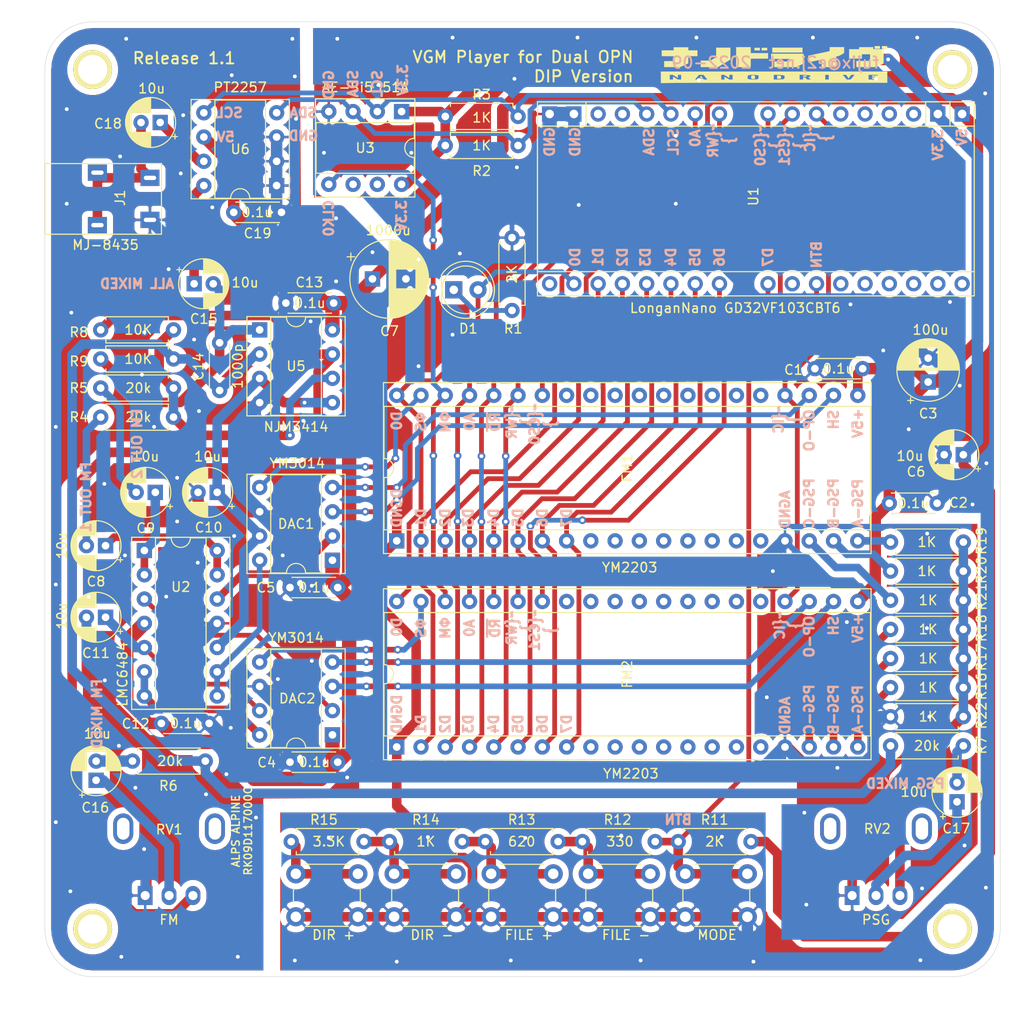
<source format=kicad_pcb>
(kicad_pcb (version 20221018) (generator pcbnew)
  (title_block (title "NanoDrive - YM2151 prototype") (company "Chimmido"))
  (layers (0 "F.Cu" signal) (31 "B.Cu" signal) (34 "B.Paste" user) (35 "F.Paste" user) (36 "B.SilkS" user "B.Silkscreen") (37 "F.SilkS" user "F.Silkscreen") (38 "B.Mask" user) (39 "F.Mask" user) (44 "Edge.Cuts" user))
  (net 0 "")
  (net 1 "GND")
  (net 2 "+5VA")
  (net 3 "+3V3")
  (net 4 "Net-(C8-Pad1)")
  (net 5 "FM_OUT_1")
  (net 6 "Net-(C9-Pad1)")
  (net 7 "FM_OUT_2")
  (net 8 "RB")
  (net 9 "Net-(C11-Pad1)")
  (net 10 "Net-(C16-Pad1)")
  (net 11 "Net-(C18-Pad1)")
  (net 12 "FM_MIXED")
  (net 13 "PSG_MIXED")
  (net 14 "Net-(DAC1-Pad8)")
  (net 15 "Net-(DAC1-Pad4)")
  (net 16 "Net-(DAC1-Pad3)")
  (net 17 "Net-(DAC1-Pad2)")
  (net 18 "Net-(DAC1-Pad5)")
  (net 19 "Net-(DAC2-Pad5)")
  (net 20 "Net-(DAC2-Pad2)")
  (net 21 "Net-(DAC2-Pad3)")
  (net 22 "Net-(DAC2-Pad4)")
  (net 23 "Net-(DAC2-Pad8)")
  (net 24 "/D0")
  (net 25 "PSG_1_A")
  (net 26 "PSG_1_B")
  (net 27 "CLOCK0")
  (net 28 "PSG_1_C")
  (net 29 "/A0")
  (net 30 "/~{WR}")
  (net 31 "/~{CS0}")
  (net 32 "/D7")
  (net 33 "/D6")
  (net 34 "/D5")
  (net 35 "/D4")
  (net 36 "/~{IC}")
  (net 37 "/D3")
  (net 38 "/D2")
  (net 39 "/D1")
  (net 40 "/~{CS1}")
  (net 41 "PSG_2_C")
  (net 42 "PSG_2_B")
  (net 43 "PSG_2_A")
  (net 44 "SDA")
  (net 45 "SCL")
  (net 46 "Net-(R4-Pad2)")
  (net 47 "Net-(R8-Pad2)")
  (net 48 "BTN")
  (net 49 "Net-(R12-Pad2)")
  (net 50 "Net-(R13-Pad2)")
  (net 51 "Net-(R14-Pad2)")
  (net 52 "Net-(R15-Pad2)")
  (net 53 "Net-(D1-Pad1)")
  (net 54 "Net-(R16-Pad2)")
  (net 55 "Net-(FM1-Pad16)")
  (net 56 "Net-(FM1-Pad15)")
  (net 57 "Net-(FM1-Pad14)")
  (net 58 "Net-(FM1-Pad33)")
  (net 59 "Net-(FM1-Pad13)")
  (net 60 "Net-(FM1-Pad32)")
  (net 61 "Net-(FM1-Pad12)")
  (net 62 "Net-(FM1-Pad31)")
  (net 63 "Net-(FM1-Pad11)")
  (net 64 "Net-(FM1-Pad30)")
  (net 65 "Net-(FM1-Pad10)")
  (net 66 "Net-(FM1-Pad29)")
  (net 67 "Net-(FM1-Pad9)")
  (net 68 "Net-(FM1-Pad28)")
  (net 69 "Net-(FM1-Pad27)")
  (net 70 "Net-(FM1-Pad26)")
  (net 71 "Net-(FM1-Pad25)")
  (net 72 "Net-(FM2-Pad25)")
  (net 73 "Net-(FM2-Pad26)")
  (net 74 "Net-(FM2-Pad27)")
  (net 75 "Net-(FM2-Pad28)")
  (net 76 "Net-(FM2-Pad9)")
  (net 77 "Net-(FM2-Pad29)")
  (net 78 "Net-(FM2-Pad10)")
  (net 79 "Net-(FM2-Pad30)")
  (net 80 "Net-(FM2-Pad11)")
  (net 81 "Net-(FM2-Pad31)")
  (net 82 "Net-(FM2-Pad12)")
  (net 83 "Net-(FM2-Pad32)")
  (net 84 "Net-(FM2-Pad13)")
  (net 85 "Net-(FM2-Pad33)")
  (net 86 "Net-(FM2-Pad14)")
  (net 87 "Net-(FM2-Pad15)")
  (net 88 "Net-(FM2-Pad16)")
  (net 89 "Net-(J2-Pad1)")
  (net 90 "Net-(J3-Pad1)")
  (net 91 "Net-(J4-Pad1)")
  (net 92 "Net-(J5-Pad1)")
  (net 93 "Net-(U1-Pad1)")
  (net 94 "Net-(U1-Pad15)")
  (net 95 "Net-(U1-Pad17)")
  (net 96 "Net-(U1-Pad18)")
  (net 97 "Net-(U1-Pad19)")
  (net 98 "Net-(U1-Pad21)")
  (net 99 "Net-(U1-Pad22)")
  (net 100 "Net-(U1-Pad7)")
  (net 101 "Net-(U1-Pad46)")
  (net 102 "Net-(U1-Pad45)")
  (net 103 "Net-(U1-Pad28)")
  (net 104 "Net-(U1-Pad27)")
  (net 105 "Net-(U1-Pad26)")
  (net 106 "Net-(U1-Pad25)")
  (net 107 "Net-(U3-Pad6)")
  (net 108 "Net-(U3-Pad7)")
  (net 109 "Net-(C14-Pad2)")
  (net 110 "Net-(C14-Pad1)")
  (net 111 "Net-(C15-Pad1)")
  (net 112 "Net-(C17-Pad1)")
  (net 113 "Net-(C18-Pad2)")
  (footprint "基板:hole" (layer "F.Cu") (at 5 95 90)
    (fp_text reference "J2")
    (fp_text value "Conn_01x01")
  )
  (footprint "基板:hole" (layer "F.Cu") (at 95 95 90)
    (fp_text reference "J3")
    (fp_text value "Conn_01x01")
  )
  (footprint "基板:hole" (layer "F.Cu") (at 95 5 90)
    (fp_text reference "J5")
    (fp_text value "Conn_01x01")
  )
  (footprint "基板:hole" (layer "F.Cu") (at 5 5 90)
    (fp_text reference "J4")
    (fp_text value "Conn_01x01")
  )
  (footprint "Capacitor_THT:CP_Radial_D8.0mm_P3.50mm" (layer "F.Cu") (at 34.29 26.924)
    (fp_text reference "C7")
    (fp_text value "1000u")
  )
  (footprint "Package_DIP:DIP-8_W7.62mm_Socket" (layer "F.Cu") (at 30.1 56.388 180)
    (fp_text reference "DAC1")
    (fp_text value "YM3014")
  )
  (footprint "Package_DIP:DIP-8_W7.62mm_Socket" (layer "F.Cu") (at 30.1 74.676 180)
    (fp_text reference "DAC2")
    (fp_text value "YM3014")
  )
  (footprint "Package_DIP:DIP-40_W15.24mm_Socket" (layer "F.Cu") (at 36.83 54.356 90)
    (fp_text reference "FM1")
    (fp_text value "YM2203")
  )
  (footprint "Package_DIP:DIP-40_W15.24mm_Socket" (layer "F.Cu") (at 36.83 75.946 90)
    (fp_text reference "FM2")
    (fp_text value "YM2203")
  )
  (footprint "基板:MJ8435" (layer "F.Cu") (at 0 18.542 90)
    (fp_text reference "J1")
    (fp_text value "MJ-8435")
  )
  (footprint "基板:RK09D" (layer "F.Cu") (at 13 91.5)
    (fp_text reference "RV1")
    (fp_text value "FM")
  )
  (footprint "基板:RK09D" (layer "F.Cu") (at 87 91.5)
    (fp_text reference "RV2")
    (fp_text value "PSG")
  )
  (footprint "Button_Switch_THT:SW_PUSH_6mm_H4.3mm" (layer "F.Cu") (at 73.533 93.726 180)
    (fp_text reference "SW1")
    (fp_text value "BTN_0")
  )
  (footprint "Button_Switch_THT:SW_PUSH_6mm_H4.3mm" (layer "F.Cu") (at 63.373 93.726 180)
    (fp_text reference "SW2")
    (fp_text value "BTN_1")
  )
  (footprint "Button_Switch_THT:SW_PUSH_6mm_H4.3mm" (layer "F.Cu") (at 53.213 93.726 180)
    (fp_text reference "SW3")
    (fp_text value "BTN_2")
  )
  (footprint "Button_Switch_THT:SW_PUSH_6mm_H4.3mm" (layer "F.Cu") (at 43.053 93.726 180)
    (fp_text reference "SW4")
    (fp_text value "BTN_3")
  )
  (footprint "Package_DIP:DIP-8_W7.62mm_Socket" (layer "F.Cu") (at 37.338 9.398 -90)
    (fp_text reference "U3")
    (fp_text value "AE-Si5351A")
  )
  (footprint "Button_Switch_THT:SW_PUSH_6mm_H4.3mm" (layer "F.Cu") (at 32.766 93.726 180)
    (fp_text reference "SW5")
    (fp_text value "BTN_4")
  )
  (footprint "基板:LonganNano" (layer "F.Cu") (at 75.692 18.542 90)
    (fp_text reference "U1")
    (fp_text value "LonganNano GD32VF103CBT6")
  )
  (footprint "Capacitor_THT:CP_Radial_D6.3mm_P2.50mm" (layer "F.Cu") (at 92.456 37.719 90)
    (fp_text reference "C3")
    (fp_text value "100u")
  )
  (footprint "Package_DIP:DIP-14_W7.62mm_Socket" (layer "F.Cu") (at 10.414 55.372)
    (fp_text reference "U2")
    (fp_text value "LMC6484")
  )
  (footprint "LED_THT:LED_D5.0mm_Clear" (layer "F.Cu") (at 42.799 28.067)
    (fp_text reference "D1")
    (fp_text value "DATA")
  )
  (footprint "Resistor_THT:R_Axial_DIN0207_L6.3mm_D2.5mm_P7.62mm_Horizontal" (layer "F.Cu") (at 48.895 30.226 90)
    (fp_text reference "R1")
    (fp_text value "2K")
  )
  (footprint "Resistor_THT:R_Axial_DIN0207_L6.3mm_D2.5mm_P7.62mm_Horizontal" (layer "F.Cu") (at 88.519 69.723)
    (fp_text reference "R16")
    (fp_text value "1K")
  )
  (footprint "Resistor_THT:R_Axial_DIN0207_L6.3mm_D2.5mm_P7.62mm_Horizontal" (layer "F.Cu") (at 88.519 66.675)
    (fp_text reference "R17")
    (fp_text value "1K")
  )
  (footprint "Resistor_THT:R_Axial_DIN0207_L6.3mm_D2.5mm_P7.62mm_Horizontal" (layer "F.Cu") (at 88.519 63.627)
    (fp_text reference "R18")
    (fp_text value "1K")
  )
  (footprint "Resistor_THT:R_Axial_DIN0207_L6.3mm_D2.5mm_P7.62mm_Horizontal" (layer "F.Cu") (at 88.519 54.483)
    (fp_text reference "R19")
    (fp_text value "1K")
  )
  (footprint "Resistor_THT:R_Axial_DIN0207_L6.3mm_D2.5mm_P7.62mm_Horizontal" (layer "F.Cu") (at 88.519 57.531)
    (fp_text reference "R20")
    (fp_text value "1K")
  )
  (footprint "Resistor_THT:R_Axial_DIN0207_L6.3mm_D2.5mm_P7.62mm_Horizontal" (layer "F.Cu") (at 88.519 60.579)
    (fp_text reference "R21")
    (fp_text value "1K")
  )
  (footprint "Resistor_THT:R_Axial_DIN0207_L6.3mm_D2.5mm_P7.62mm_Horizontal" (layer "F.Cu") (at 88.519 72.771)
    (fp_text reference "R22")
    (fp_text value "1K")
  )
  (footprint "基板:logo3" (layer "F.Cu") (at 76.454 4.572)
    (fp_text reference "G***" hide)
    (fp_text value "LOGO" hide)
  )
  (footprint "Capacitor_THT:C_Disc_D4.3mm_W1.9mm_P5.00mm" (layer "F.Cu") (at 85.598 36.322 180)
    (fp_text reference "C1")
    (fp_text value "0.1u")
  )
  (footprint "Capacitor_THT:C_Disc_D4.3mm_W1.9mm_P5.00mm" (layer "F.Cu") (at 88.392 50.419)
    (fp_text reference "C2")
    (fp_text value "0.1u")
  )
  (footprint "Capacitor_THT:C_Disc_D4.3mm_W1.9mm_P5.00mm" (layer "F.Cu") (at 25.654 77.5335)
    (fp_text reference "C4")
    (fp_text value "0.1u")
  )
  (footprint "Capacitor_THT:C_Disc_D4.3mm_W1.9mm_P5.00mm" (layer "F.Cu") (at 25.654 59.2455)
    (fp_text reference "C5")
    (fp_text value "0.1u")
  )
  (footprint "Capacitor_THT:CP_Radial_D5.0mm_P2.00mm" (layer "F.Cu") (at 96.139 45.339 180)
    (fp_text reference "C6")
    (fp_text value "10u")
  )
  (footprint "Capacitor_THT:CP_Radial_D5.0mm_P2.00mm" (layer "F.Cu") (at 6.35 54.864 180)
    (fp_text reference "C8")
    (fp_text value "10u")
  )
  (footprint "Capacitor_THT:CP_Radial_D5.0mm_P2.00mm" (layer "F.Cu") (at 11.557 49.276 180)
    (fp_text reference "C9")
    (fp_text value "10u")
  )
  (footprint "Capacitor_THT:CP_Radial_D5.0mm_P2.00mm" (layer "F.Cu") (at 18.034 49.276 180)
    (fp_text reference "C10")
    (fp_text value "10u")
  )
  (footprint "Capacitor_THT:CP_Radial_D5.0mm_P2.00mm" (layer "F.Cu") (at 6.35 62.357 180)
    (fp_text reference "C11")
    (fp_text value "10u")
  )
  (footprint "Capacitor_THT:C_Disc_D4.3mm_W1.9mm_P5.00mm" (layer "F.Cu") (at 12.192 73.4695)
    (fp_text reference "C12")
    (fp_text value "0.1u")
  )
  (footprint "Capacitor_THT:C_Disc_D4.3mm_W1.9mm_P5.00mm" (layer "F.Cu") (at 30.226 29.4513 180)
    (fp_text reference "C13")
    (fp_text value "0.1u")
  )
  (footprint "Capacitor_THT:C_Disc_D4.3mm_W1.9mm_P5.00mm" (layer "F.Cu") (at 18.288 38.608 90)
    (fp_text reference "C14")
    (fp_text value "1000p")
  )
  (footprint "Capacitor_THT:CP_Radial_D5.0mm_P2.00mm" (layer "F.Cu") (at 15.621 27.432)
    (fp_text reference "C15")
    (fp_text value "10u")
  )
  (footprint "Capacitor_THT:CP_Radial_D5.0mm_P2.00mm" (layer "F.Cu") (at 5.3594 79.4258 90)
    (fp_text reference "C16")
    (fp_text value "10u")
  )
  (footprint "Capacitor_THT:CP_Radial_D5.0mm_P2.00mm" (layer "F.Cu") (at 95.4786 81.6864 90)
    (fp_text reference "C17")
    (fp_text value "10u")
  )
  (footprint "Capacitor_THT:CP_Radial_D5.0mm_P2.00mm" (layer "F.Cu") (at 12.065 10.541 180)
    (fp_text reference "C18")
    (fp_text value "10u")
  )
  (footprint "Capacitor_THT:C_Disc_D4.3mm_W1.9mm_P5.00mm" (layer "F.Cu") (at 24.765 19.9517 180)
    (fp_text reference "C19")
    (fp_text value "0.1u")
  )
  (footprint "Resistor_THT:R_Axial_DIN0207_L6.3mm_D2.5mm_P7.62mm_Horizontal" (layer "F.Cu") (at 49.53 12.954 180)
    (fp_text reference "R2")
    (fp_text value "1K")
  )
  (footprint "Resistor_THT:R_Axial_DIN0207_L6.3mm_D2.5mm_P7.62mm_Horizontal" (layer "F.Cu") (at 49.53 9.906 180)
    (fp_text reference "R3")
    (fp_text value "1K")
  )
  (footprint "Resistor_THT:R_Axial_DIN0207_L6.3mm_D2.5mm_P7.62mm_Horizontal" (layer "F.Cu") (at 5.842 41.402)
    (fp_text reference "R4")
    (fp_text value "20k")
  )
  (footprint "Resistor_THT:R_Axial_DIN0207_L6.3mm_D2.5mm_P7.62mm_Horizontal" (layer "F.Cu") (at 5.842 38.354)
    (fp_text reference "R5")
    (fp_text value "20k")
  )
  (footprint "Resistor_THT:R_Axial_DIN0207_L6.3mm_D2.5mm_P7.62mm_Horizontal" (layer "F.Cu") (at 9.1694 77.4192)
    (fp_text reference "R6")
    (fp_text value "20k")
  )
  (footprint "Resistor_THT:R_Axial_DIN0207_L6.3mm_D2.5mm_P7.62mm_Horizontal" (layer "F.Cu") (at 96.139 75.819 180)
    (fp_text reference "R7")
    (fp_text value "20k")
  )
  (footprint "Resistor_THT:R_Axial_DIN0207_L6.3mm_D2.5mm_P7.62mm_Horizontal" (layer "F.Cu") (at 13.462 32.258 180)
    (fp_text reference "R8")
    (fp_text value "10K")
  )
  (footprint "Resistor_THT:R_Axial_DIN0207_L6.3mm_D2.5mm_P7.62mm_Horizontal" (layer "F.Cu") (at 5.842 35.306)
    (fp_text reference "R9")
    (fp_text value "10K")
  )
  (footprint "Resistor_THT:R_Axial_DIN0207_L6.3mm_D2.5mm_P7.62mm_Horizontal" (layer "F.Cu") (at 73.914 85.852 180)
    (fp_text reference "R11")
    (fp_text value "2K")
  )
  (footprint "Resistor_THT:R_Axial_DIN0207_L6.3mm_D2.5mm_P7.62mm_Horizontal" (layer "F.Cu") (at 63.881 85.852 180)
    (fp_text reference "R12")
    (fp_text value "330")
  )
  (footprint "Resistor_THT:R_Axial_DIN0207_L6.3mm_D2.5mm_P7.62mm_Horizontal" (layer "F.Cu") (at 53.721 85.852 180)
    (fp_text reference "R13")
    (fp_text value "620")
  )
  (footprint "Resistor_THT:R_Axial_DIN0207_L6.3mm_D2.5mm_P7.62mm_Horizontal" (layer "F.Cu") (at 43.688 85.852 180)
    (fp_text reference "R14")
    (fp_text value "1K")
  )
  (footprint "Resistor_THT:R_Axial_DIN0207_L6.3mm_D2.5mm_P7.62mm_Horizontal" (layer "F.Cu") (at 33.401 85.852 180)
    (fp_text reference "R15")
    (fp_text value "3.3K")
  )
  (footprint "Package_DIP:DIP-8_W7.62mm_Socket" (layer "F.Cu") (at 22.479 32.258)
    (fp_text reference "U5")
    (fp_text value "NJM3414")
  )
  (footprint "Package_DIP:DIP-8_W7.62mm_Socket" (layer "F.Cu") (at 24.257 17.145 180)
    (fp_text reference "U6")
    (fp_text value "PT2257")
  )
  (gr_arc (start 0 5) (mid 1.464466 1.464466) (end 5 0) (stroke (width 0.05)) (layer "Edge.Cuts"))
  (gr_arc (start 5 100) (mid 1.464466 98.535534) (end 0 95) (stroke (width 0.05)) (layer "Edge.Cuts"))
  (gr_line (start 0 95) (end 0 5) (stroke (width 0.05)) (layer "Edge.Cuts"))
  (gr_line (start 95 100) (end 5 100) (stroke (width 0.05)) (layer "Edge.Cuts"))
  (gr_line (start 5 0) (end 95 0) (stroke (width 0.05)) (layer "Edge.Cuts"))
  (gr_arc (start 95 0) (mid 98.535534 1.464466) (end 100 5) (stroke (width 0.05)) (layer "Edge.Cuts"))
  (gr_arc (start 100 95) (mid 98.535534 98.535534) (end 95 100) (stroke (width 0.05)) (layer "Edge.Cuts"))
  (gr_line (start 100 5) (end 100 95) (stroke (width 0.05)) (layer "Edge.Cuts"))
  (gr_text "5V" (at 95.9866 12.0904 90) (layer "B.SilkS") (effects (font (size 1 1) (thickness 0.25)) (justify mirror)))
  (gr_text "GND" (at 55.499 12.573 90) (layer "B.SilkS") (effects (font (size 1 1) (thickness 0.25)) (justify mirror)))
  (gr_text "GND" (at 52.832 12.573 90) (layer "B.SilkS") (effects (font (size 1 1) (thickness 0.25)) (justify mirror)))
  (gr_text "D0" (at 55.499 24.638 90) (layer "B.SilkS") (effects (font (size 1 1) (thickness 0.25)) (justify mirror)))
  (gr_text "D1" (at 57.912 24.638 90) (layer "B.SilkS") (effects (font (size 1 1) (thickness 0.25)) (justify mirror)))
  (gr_text "D3" (at 62.865 24.638 90) (layer "B.SilkS") (effects (font (size 1 1) (thickness 0.25)) (justify mirror)))
  (gr_text "D2" (at 60.452 24.638 90) (layer "B.SilkS") (effects (font (size 1 1) (thickness 0.25)) (justify mirror)))
  (gr_text "D5" (at 68.072 24.638 90) (layer "B.SilkS") (effects (font (size 1 1) (thickness 0.25)) (justify mirror)))
  (gr_text "D7" (at 75.692 24.638 90) (layer "B.SilkS") (effects (font (size 1 1) (thickness 0.25)) (justify mirror)))
  (gr_text "D4" (at 65.532 24.638 90) (layer "B.SilkS") (effects (font (size 1 1) (thickness 0.25)) (justify mirror)))
  (gr_text "D6" (at 70.612 24.638 90) (layer "B.SilkS") (effects (font (size 1 1) (thickness 0.25)) (justify mirror)))
  (gr_text "BTN" (at 80.772 24.384 90) (layer "B.SilkS") (effects (font (size 1 1) (thickness 0.25)) (justify mirror)))
  (gr_text "SCL" (at 34.798 6.477 90) (layer "B.SilkS") (effects (font (size 1 1) (thickness 0.25)) (justify mirror)))
  (gr_text "SDA" (at 32.258 6.477 90) (layer "B.SilkS") (effects (font (size 1 1) (thickness 0.25)) (justify mirror)))
  (gr_text "CLK0" (at 29.718 20.574 90) (layer "B.SilkS") (effects (font (size 1 1) (thickness 0.25)) (justify mirror)))
  (gr_text "GND" (at 29.718 6.604 90) (layer "B.SilkS") (effects (font (size 1 1) (thickness 0.25)) (justify mirror)))
  (gr_text "3.3V\n" (at 37.465 6.096 90) (layer "B.SilkS") (effects (font (size 1 1) (thickness 0.25)) (justify mirror)))
  (gr_text "3.3V\n" (at 37.338 20.32 90) (layer "B.SilkS") (effects (font (size 1 1) (thickness 0.25)) (justify mirror)))
  (gr_text "SCL" (at 19.304 9.525) (layer "B.SilkS") (effects (font (size 1 1) (thickness 0.25)) (justify mirror)))
  (gr_text "SDA" (at 27.051 9.525) (layer "B.SilkS") (effects (font (size 1 1) (thickness 0.25)) (justify mirror)))
  (gr_text "5V" (at 18.923 12.065) (layer "B.SilkS") (effects (font (size 1 1) (thickness 0.25)) (justify mirror)))
  (gr_text "GND" (at 27.051 11.938) (layer "B.SilkS") (effects (font (size 1 1) (thickness 0.25)) (justify mirror)))
  (gr_text "~{CS0\n}" (at 52.07 42.164 90) (layer "B.SilkS") (effects (font (size 1 1) (thickness 0.25)) (justify mirror)))
  (gr_text "~{WR\n}" (at 49.657 41.91 90) (layer "B.SilkS") (effects (font (size 1 1) (thickness 0.25)) (justify mirror)))
  (gr_text "ΦM" (at 41.91 41.91 90) (layer "B.SilkS") (effects (font (size 1 1) (thickness 0.25)) (justify mirror)))
  (gr_text "~{IC\n}" (at 77.597 41.656 90) (layer "B.SilkS") (effects (font (size 1 1) (thickness 0.25)) (justify mirror)))
  (gr_text "~{RD}" (at 47.117 41.91 90) (layer "B.SilkS") (effects (font (size 1 1) (thickness 0.25)) (justify mirror)))
  (gr_text "+5V" (at 85.09 42.037 90) (layer "B.SilkS") (effects (font (size 1 1) (thickness 0.25)) (justify mirror)))
  (gr_text "PSG-C\n" (at 80.01 50.419 90) (layer "B.SilkS") (effects (font (size 1 1) (thickness 0.25)) (justify mirror)))
  (gr_text "AGND" (at 77.47 51.054 90) (layer "B.SilkS") (effects (font (size 1 1) (thickness 0.25)) (justify mirror)))
  (gr_text "DGND" (at 36.83 50.927 90) (layer "B.SilkS") (effects (font (size 1 1) (thickness 0.25)) (justify mirror)))
  (gr_text "D1" (at 39.37 51.943 90) (layer "B.SilkS") (effects (font (size 1 1) (thickness 0.25)) (justify mirror)))
  (gr_text "D3" (at 44.323 51.943 90) (layer "B.SilkS") (effects (font (size 1 1) (thickness 0.25)) (justify mirror)))
  (gr_text "D5" (at 49.53 51.943 90) (layer "B.SilkS") (effects (font (size 1 1) (thickness 0.25)) (justify mirror)))
  (gr_text "D7" (at 54.61 51.943 90) (layer "B.SilkS") (effects (font (size 1 1) (thickness 0.25)) (justify mirror)))
  (gr_text "D0" (at 36.83 41.783 90) (layer "B.SilkS") (effects (font (size 1 1) (thickness 0.25)) (justify mirror)))
  (gr_text "D4" (at 46.99 51.943 90) (layer "B.SilkS") (effects (font (size 1 1) (thickness 0.25)) (justify mirror)))
  (gr_text "D6" (at 52.07 51.943 90) (layer "B.SilkS") (effects (font (size 1 1) (thickness 0.25)) (justify mirror)))
  (gr_text "D2" (at 41.91 51.943 90) (layer "B.SilkS") (effects (font (size 1 1) (thickness 0.25)) (justify mirror)))
  (gr_text "BTN" (at 66.294 83.566) (layer "B.SilkS") (effects (font (size 1 1) (thickness 0.25)) (justify mirror)))
  (gr_text "ΦS" (at 39.37 41.91 90) (layer "B.SilkS") (effects (font (size 1 1) (thickness 0.25)) (justify mirror)))
  (gr_text "FM OUT 1" (at 4.318 49.784 90) (layer "B.SilkS") (effects (font (size 1 1) (thickness 0.25)) (justify mirror)))
  (gr_text "ALL MIXED" (at 9.652 27.432) (layer "B.SilkS") (effects (font (size 1 1) (thickness 0.25)) (justify mirror)))
  (gr_text "SH" (at 82.55 41.656 90) (layer "B.SilkS") (effects (font (size 1 1) (thickness 0.25)) (justify mirror)))
  (gr_text "OP-O" (at 80.01 42.799 90) (layer "B.SilkS") (effects (font (size 1 1) (thickness 0.25)) (justify mirror)))
  (gr_text "~{RD}" (at 47.117 63.5 90) (layer "B.SilkS") (effects (font (size 1 1) (thickness 0.25)) (justify mirror)))
  (gr_text "ΦM" (at 41.91 63.5 90) (layer "B.SilkS") (effects (font (size 1 1) (thickness 0.25)) (justify mirror)))
  (gr_text "+5V" (at 85.09 63.5 90) (layer "B.SilkS") (effects (font (size 1 1) (thickness 0.25)) (justify mirror)))
  (gr_text "A0" (at 44.45 63.5 90) (layer "B.SilkS") (effects (font (size 1 1) (thickness 0.25)) (justify mirror)))
  (gr_text "PSG-B\n" (at 82.55 72.009 90) (layer "B.SilkS") (effects (font (size 1 1) (thickness 0.25)) (justify mirror)))
  (gr_text "AGND" (at 77.47 72.644 90) (layer "B.SilkS") (effects (font (size 1 1) (thickness 0.25)) (justify mirror)))
  (gr_text "~{IC\n}" (at 77.724 63.246 90) (layer "B.SilkS") (effects (font (size 1 1) (thickness 0.25)) (justify mirror)))
  (gr_text "PSG-C\n" (at 80.01 72.009 90) (layer "B.SilkS") (effects (font (size 1 1) (thickness 0.25)) (justify mirror)))
  (gr_text "PSG-A\n" (at 85.09 72.009 90) (layer "B.SilkS") (effects (font (size 1 1) (thickness 0.25)) (justify mirror)))
  (gr_text "ΦS" (at 39.37 63.5 90) (layer "B.SilkS") (effects (font (size 1 1) (thickness 0.25)) (justify mirror)))
  (gr_text "~{WR\n}" (at 49.657 63.5 90) (layer "B.SilkS") (effects (font (size 1 1) (thickness 0.25)) (justify mirror)))
  (gr_text "~{CS1\n}" (at 52.07 63.754 90) (layer "B.SilkS") (effects (font (size 1 1) (thickness 0.25)) (justify mirror)))
  (gr_text "D1" (at 39.37 73.533 90) (layer "B.SilkS") (effects (font (size 1 1) (thickness 0.25)) (justify mirror)))
  (gr_text "D3" (at 44.323 73.533 90) (layer "B.SilkS") (effects (font (size 1 1) (thickness 0.25)) (justify mirror)))
  (gr_text "D4" (at 46.99 73.533 90) (layer "B.SilkS") (effects (font (size 1 1) (thickness 0.25)) (justify mirror)))
  (gr_text "DGND" (at 36.83 72.517 90) (layer "B.SilkS") (effects (font (size 1 1) (thickness 0.25)) (justify mirror)))
  (gr_text "D5" (at 49.53 73.533 90) (layer "B.SilkS") (effects (font (size 1 1) (thickness 0.25)) (justify mirror)))
  (gr_text "D0" (at 36.83 63.373 90) (layer "B.SilkS") (effects (font (size 1 1) (thickness 0.25)) (justify mirror)))
  (gr_text "D7" (at 54.61 73.533 90) (layer "B.SilkS") (effects (font (size 1 1) (thickness 0.25)) (justify mirror)))
  (gr_text "D6" (at 52.07 73.533 90) (layer "B.SilkS") (effects (font (size 1 1) (thickness 0.25)) (justify mirror)))
  (gr_text "D2" (at 41.91 73.533 90) (layer "B.SilkS") (effects (font (size 1 1) (thickness 0.25)) (justify mirror)))
  (gr_text "OP-O" (at 80.01 64.389 90) (layer "B.SilkS") (effects (font (size 1 1) (thickness 0.25)) (justify mirror)))
  (gr_text "SH" (at 82.55 63.246 90) (layer "B.SilkS") (effects (font (size 1 1) (thickness 0.25)) (justify mirror)))
  (gr_text "fujix@e2j.net  2022-09" (at 76.454 4.2672) (layer "B.SilkS") (effects (font (size 1.2 1.2) (thickness 0.2)) (justify mirror)))
  (gr_text "~{CS1\n}" (at 78.232 12.954 90) (layer "B.SilkS") (effects (font (size 1 1) (thickness 0.25)) (justify mirror)))
  (gr_text "FM MIXED\n" (at 5.461 72.4662 90) (layer "B.SilkS") (effects (font (size 1 1) (thickness 0.25)) (justify mirror)))
  (gr_text "A0" (at 44.45 41.91 90) (layer "B.SilkS") (effects (font (size 1 1) (thickness 0.25)) (justify mirror)))
  (gr_text "SDA" (at 63.246 12.573 90) (layer "B.SilkS") (effects (font (size 1 1) (thickness 0.25)) (justify mirror)))
  (gr_text "3.3V\n" (at 93.472 12.8778 90) (layer "B.SilkS") (effects (font (size 1 1) (thickness 0.25)) (justify mirror)))
  (gr_text "SCL" (at 65.786 12.573 90) (layer "B.SilkS") (effects (font (size 1 1) (thickness 0.25)) (justify mirror)))
  (gr_text "PSG-B\n" (at 82.55 50.419 90) (layer "B.SilkS") (effects (font (size 1 1) (thickness 0.25)) (justify mirror)))
  (gr_text "FM OUT 2" (at 9.652 44.196 90) (layer "B.SilkS") (effects (font (size 1 1) (thickness 0.25)) (justify mirror)))
  (gr_text "~{IC\n}" (at 80.899 12.192 90) (layer "B.SilkS") (effects (font (size 1 1) (thickness 0.25)) (justify mirror)))
  (gr_text "A0" (at 68.072 12.192 90) (layer "B.SilkS") (effects (font (size 1 1) (thickness 0.25)) (justify mirror)))
  (gr_text "~{WR\n}" (at 70.739 12.446 90) (layer "B.SilkS") (effects (font (size 1 1) (thickness 0.25)) (justify mirror)))
  (gr_text "~{CS0\n}" (at 75.692 12.954 90) (layer "B.SilkS") (effects (font (size 1 1) (thickness 0.25)) (justify mirror)))
  (gr_text "PSG MIXED\n" (at 90.0684 79.7814) (layer "B.SilkS") (effects (font (size 1 1) (thickness 0.25)) (justify mirror)))
  (gr_text "PSG-A\n" (at 85.09 50.419 90) (layer "B.SilkS") (effects (font (size 1 1) (thickness 0.25)) (justify mirror)))
  (gr_text "DIP Version" (at 61.722 5.715) (layer "F.SilkS") (effects (font (size 1.2 1.2) (thickness 0.2)) (justify right)))
  (gr_text "ALPS ALPINE\nRK09D117000C" (at 20.6248 84.7344 90) (layer "F.SilkS") (effects (font (size 0.8 0.8))))
  (gr_text "VGM Player for Dual OPN" (at 50.038 3.683) (layer "F.SilkS") (effects (font (size 1.2 1.2) (thickness 0.2))))
  (gr_text "Release 1.1" (at 14.5796 3.81) (layer "F.SilkS") (effects (font (size 1.2 1.2) (thickness 0.2))))
  (segment (start 40.0935 85.3825) (end 42.236999 87.525999) (width 1) (layer "F.Cu") (net 1))
  (segment (start 42.672 32.766) (end 42.672 32.766) (width 0.5) (layer "F.Cu") (net 1))
  (segment (start 35.329999 39.836001) (end 35.329999 38.395999) (width 1) (layer "F.Cu") (net 1))
  (segment (start 16.034 50.40737) (end 16.034 49.276) (width 1.2) (layer "F.Cu") (net 1))
  (segment (start 63.373 93.726) (end 67.033 93.726) (width 1) (layer "F.Cu") (net 1))
  (segment (start 40.959998 32.766) (end 42.418 32.766) (width 1) (layer "F.Cu") (net 1))
  (segment (start 56.873 93.726) (end 53.213 93.726) (width 1) (layer "F.Cu") (net 1))
  (segment (start 36.83 82.119) (end 40.0935 85.3825) (width 1) (layer "F.Cu") (net 1))
  (segment (start 35.329999 61.426001) (end 35.329999 55.856001) (width 1) (layer "F.Cu") (net 1))
  (segment (start 38.862 73.279) (end 38.862 64.958002) (width 1) (layer "F.Cu") (net 1))
  (segment (start 35.329999 55.856001) (end 36.83 54.356) (width 1) (layer "F.Cu") (net 1))
  (segment (start 4.35 68.754492) (end 4.35 62.357) (width 1) (layer "F.Cu") (net 1))
  (segment (start 26.266 93.726) (end 32.766 93.726) (width 1) (layer "F.Cu") (net 1))
  (segment (start 84.5 82.656002) (end 77.789998 75.946) (width 1) (layer "F.Cu") (net 1))
  (segment (start 36.83 51.666002) (end 37.930001 50.566001) (width 1) (layer "F.Cu") (net 1))
  (segment (start 44.753001 92.025999) (end 43.053 93.726) (width 1) (layer "F.Cu") (net 1))
  (segment (start 44.753001 88.409999) (end 44.753001 92.025999) (width 1) (layer "F.Cu") (net 1))
  (segment (start 32.766 93.726) (end 36.553 93.726) (width 1) (layer "F.Cu") (net 1))
  (segment (start 36.83 54.356) (end 36.83 51.666002) (width 1) (layer "F.Cu") (net 1))
  (segment (start 77.789998 75.946) (end 77.47 75.946) (width 1) (layer "F.Cu") (net 1))
  (segment (start 42.418 32.766) (end 42.672 32.766) (width 0.5) (layer "F.Cu") (net 1))
  (segment (start 43.869001 87.525999) (end 44.753001 88.409999) (width 1) (layer "F.Cu") (net 1))
  (segment (start 36.83 75.946) (end 36.83 75.311) (width 1) (layer "F.Cu") (net 1))
  (segment (start 76.2 70.104) (end 75.565 70.739) (width 0.5) (layer "F.Cu") (net 1))
  (segment (start 76.2 57.531) (end 76.2 70.104) (width 0.5) (layer "F.Cu") (net 1))
  (segment (start 36.83 75.946) (end 36.83 82.119) (width 1) (layer "F.Cu") (net 1))
  (segment (start 38.862 64.958002) (end 35.329999 61.426001) (width 1) (layer "F.Cu") (net 1))
  (segment (start 67.033 93.726) (end 73.533 93.726) (width 1) (layer "F.Cu") (net 1))
  (segment (start 84.5 82.656002) (end 84.5 91.5) (width 1) (layer "F.Cu") (net 1))
  (segment (start 22.48 51.308) (end 16.93463 51.308) (width 1.2) (layer "F.Cu") (net 1))
  (segment (start 43.053 93.726) (end 46.713 93.726) (width 1) (layer "F.Cu") (net 1))
  (segment (start 37.930001 50.566001) (end 37.930001 42.436003) (width 1) (layer "F.Cu") (net 1))
  (segment (start 46.713 93.726) (end 53.213 93.726) (width 1) (layer "F.Cu") (net 1))
  (segment (start 10.5 91.5) (end 10.669401 91.330599) (width 1) (layer "F.Cu") (net 1))
  (segment (start 10.669401 91.330599) (end 10.669401 75.073893) (width 1) (layer "F.Cu") (net 1))
  (segment (start 37.930001 42.436003) (end 35.329999 39.836001) (width 1) (layer "F.Cu") (net 1))
  (segment (start 35.329999 38.395999) (end 40.959998 32.766) (width 1) (layer "F.Cu") (net 1))
  (segment (start 36.83 75.311) (end 38.862 73.279) (width 1) (layer "F.Cu") (net 1))
  (segment (start 16.93463 51.308) (end 16.034 50.40737) (width 1.2) (layer "F.Cu") (net 1))
  (segment (start 42.236999 87.525999) (end 43.869001 87.525999) (width 1) (layer "F.Cu") (net 1))
  (segment (start 10.669401 75.073893) (end 4.35 68.754492) (width 1) (layer "F.Cu") (net 1))
  (segment (start 41.329998 32.766) (end 42.418 32.766) (width 0.5) (layer "F.Cu") (net 1))
  (segment (start 36.553 93.726) (end 43.053 93.726) (width 1) (layer "F.Cu") (net 1))
  (segment (start 56.873 93.726) (end 63.373 93.726) (width 1) (layer "F.Cu") (net 1))
  (via (at 79.502 82.8294) (size 0.8) (drill 0.4) (layers "F.Cu" "B.Cu") (net 1))
  (via (at 30.48 20.574) (size 0.8) (drill 0.4) (layers "F.Cu" "B.Cu") (net 1))
  (via (at 92.3544 53.594) (size 0.8) (drill 0.4) (layers "F.Cu" "B.Cu") (net 1))
  (via (at 98.552 46.228) (size 0.8) (drill 0.4) (layers "F.Cu" "B.Cu") (net 1))
  (via (at 68.199 1.651) (size 0.8) (drill 0.4) (layers "F.Cu" "B.Cu") (net 1))
  (via (at 91.821 90.7542) (size 0.8) (drill 0.4) (layers "F.Cu" "B.Cu") (net 1))
  (via (at 27.94 66.929) (size 0.8) (drill 0.4) (layers "F.Cu" "B.Cu") (net 1))
  (via (at 79.7052 92.456) (size 0.8) (drill 0.4) (layers "F.Cu" "B.Cu") (net 1))
  (via (at 30.607 1.778) (size 0.8) (drill 0.4) (layers "F.Cu" "B.Cu") (net 1))
  (via (at 40.0935 85.3825) (size 0.8) (drill 0.4) (layers "F.Cu" "B.Cu") (net 1))
  (via (at 25.908 1.778) (size 0.8) (drill 0.4) (layers "F.Cu" "B.Cu") (net 1))
  (via (at 49.403 15.24) (size 0.8) (drill 0.4) (layers "F.Cu" "B.Cu") (net 1))
  (via (at 74.168 98.425) (size 0.8) (drill 0.4) (layers "F.Cu" "B.Cu") (net 1))
  (via (at 24.384 68.834) (size 0.8) (drill 0.4) (layers "F.Cu" "B.Cu") (net 1))
  (via (at 26.162 5.715) (size 0.8) (drill 0.4) (layers "F.Cu" "B.Cu") (net 1))
  (via (at 96.266 86.2584) (size 0.8) (drill 0.4) (layers "F.Cu" "B.Cu") (net 1))
  (via (at 6.223 48.387) (size 0.8) (drill 0.4) (layers "F.Cu" "B.Cu") (net 1))
  (via (at 39.116 36.068) (size 0.8) (drill 0.4) (layers "F.Cu" "B.Cu") (net 1))
  (via (at 91.6432 98.2726) (size 0.8) (drill 0.4) (layers "F.Cu" "B.Cu") (net 1))
  (via (at 98.5012 90.678) (size 0.8) (drill 0.4) (layers "F.Cu" "B.Cu") (net 1))
  (via (at 9.4742 80.2132) (size 0.8) (drill 0.4) (layers "F.Cu" "B.Cu") (net 1))
  (via (at 12.7 60.198) (size 0.8) (drill 0.4) (layers "F.Cu" "B.Cu") (net 1))
  (via (at 7.874 14.097) (size 0.8) (drill 0.4) (layers "F.Cu" "B.Cu") (net 1))
  (via (at 14.224 15.875) (size 0.8) (drill 0.4) (layers "F.Cu" "B.Cu") (net 1))
  (via (at 8.509 1.778) (size 0.8) (drill 0.4) (layers "F.Cu" "B.Cu") (net 1))
  (via (at 48.768 98.298) (size 0.8) (drill 0.4) (layers "F.Cu" "B.Cu") (net 1))
  (via (at 8.382 55.88) (size 0.8) (drill 0.4) (layers "F.Cu" "B.Cu") (net 1))
  (via (at 29.21 13.716) (size 0.8) (drill 0.4) (layers "F.Cu" "B.Cu") (net 1))
  (via (at 16.8656 80.899) (size 0.8) (drill 0.4) (layers "F.Cu" "B.Cu") (net 1))
  (via (at 86.995 5.969) (size 0.8) (drill 0.4) (layers "F.Cu" "B.Cu") (net 1))
  (via (at 30.48 27.178) (size 0.8) (drill 0.4) (layers "F.Cu" "B.Cu") (net 1))
  (via (at 49.149 5.969) (size 0.8) (drill 0.4) (layers "F.Cu" "B.Cu") (net 1))
  (via (at 68.453 6.096) (size 0.8) (drill 0.4) (layers "F.Cu" "B.Cu") (net 1))
  (via (at 42.672 1.651) (size 0.8) (drill 0.4) (layers "F.Cu" "B.Cu") (net 1))
  (via (at 92.329 63.5) (size 0.8) (drill 0.4) (layers "F.Cu" "B.Cu") (net 1))
  (via (at 91.313 1.651) (size 0.8) (drill 0.4) (layers "F.Cu" "B.Cu") (net 1))
  (via (at 2.286 9.144) (size 0.8) (drill 0.4) (layers "F.Cu" "B.Cu") (net 1))
  (via (at 97.1042 50.546) (size 0.8) (drill 0.4) (layers "F.Cu" "B.Cu") (net 1))
  (via (at 14.478 9.779) (size 0.8) (drill 0.4) (layers "F.Cu" "B.Cu") (net 1))
  (via (at 31.644001 79.133501) (size 0.8) (drill 0.4) (layers "F.Cu" "B.Cu") (net 1))
  (via (at 70.866 85.344) (size 0.8) (drill 0.4) (layers "F.Cu" "B.Cu") (net 1))
  (via (at 55.88 19.177) (size 0.8) (drill 0.4) (layers "F.Cu" "B.Cu") (net 1))
  (via (at 95.758 38.1) (size 0.8) (drill 0.4) (layers "F.Cu" "B.Cu") (net 1))
  (via (at 27.94 59.055) (size 0.8) (drill 0.4) (layers "F.Cu" "B.Cu") (net 1))
  (via (at 50.292 85.471) (size 0.8) (drill 0.4) (layers "F.Cu" "B.Cu") (net 1))
  (via (at 18.9992 78.7908) (size 0.8) (drill 0.4) (layers "F.Cu" "B.Cu") (net 1))
  (via (at 10.414 32.512) (size 0.8) (drill 0.4) (layers "F.Cu" "B.Cu") (net 1))
  (via (at 17.526 19.431) (size 0.8) (drill 0.4) (layers "F.Cu" "B.Cu") (net 1))
  (via (at 34.29 24.13) (size 0.8) (drill 0.4) (layers "F.Cu" "B.Cu") (net 1))
  (via (at 43.434 24.257) (size 0.8) (drill 0.4) (layers "F.Cu" "B.Cu") (net 1))
  (via (at 83.947 62.865) (size 0.8) (drill 0.4) (layers "F.Cu" "B.Cu") (net 1))
  (via (at 10.3886 86.6394) (size 0.8) (drill 0.4) (layers "F.Cu" "B.Cu") (net 1))
  (via (at 11.43 42.418) (size 0.8) (drill 0.4) (layers "F.Cu" "B.Cu") (net 1))
  (via (at 66.04 19.05) (size 0.8) (drill 0.4) (layers "F.Cu" "B.Cu") (net 1))
  (via (at 1.143 42.418) (size 0.8) (drill 0.4) (layers "F.Cu" "B.Cu") (net 1))
  (via (at 90.424 42.672) (size 0.8) (drill 0.4) (layers "F.Cu" "B.Cu") (net 1))
  (via (at 8.001 97.917) (size 0.8) (drill 0.4) (layers "F.Cu" "B.Cu") (net 1))
  (via (at 19.812 53.848) (size 0.8) (drill 0.4) (layers "F.Cu" "B.Cu") (net 1))
  (via (at 76.2 57.531) (size 0.8) (drill 0.4) (layers "F.Cu" "B.Cu") (net 1))
  (via (at 19.4564 73.9394) (size 0.8) (drill 0.4) (layers "F.Cu" "B.Cu") (net 1))
  (via (at 19.558 5.588) (size 0.8) (drill 0.4) (layers "F.Cu" "B.Cu") (net 1))
  (via (at 42.672 32.766) (size 0.8) (drill 0.4) (layers "F.Cu" "B.Cu") (net 1))
  (via (at 7.747 75.819) (size 0.8) (drill 0.4) (layers "F.Cu" "B.Cu") (net 1))
  (via (at 98.425 7.493) (size 0.8) (drill 0.4) (layers "F.Cu" "B.Cu") (net 1))
  (via (at 26.162 98.298) (size 0.8) (drill 0.4) (layers "F.Cu" "B.Cu") (net 1))
  (via (at 1.143 58.928) (size 0.8) (drill 0.4) (layers "F.Cu" "B.Cu") (net 1))
  (via (at 6.2738 68.961) (size 0.8) (drill 0.4) (layers "F.Cu" "B.Cu") (net 1))
  (via (at 38.354 13.716) (size 0.8) (drill 0.4) (layers "F.Cu" "B.Cu") (net 1))
  (via (at 39.116 24.892) (size 0.8) (drill 0.4) (layers "F.Cu" "B.Cu") (net 1))
  (via (at 26.289 10.16) (size 0.8) (drill 0.4) (layers "F.Cu" "B.Cu") (net 1))
  (via (at 20.193 97.917) (size 0.8) (drill 0.4) (layers "F.Cu" "B.Cu") (net 1))
  (via (at 13.843 47.752) (size 0.8) (drill 0.4) (layers "F.Cu" "B.Cu") (net 1))
  (via (at 27.051 41.783) (size 0.8) (drill 0.4) (layers "F.Cu" "B.Cu") (net 1))
  (via (at 1.143 83.82) (size 0.8) (drill 0.4) (layers "F.Cu" "B.Cu") (net 1))
  (via (at 13.843 52.324) (size 0.8) (drill 0.4) (layers "F.Cu" "B.Cu") (net 1))
  (via (at 15.621 33.274) (size 0.8) (drill 0.4) (layers "F.Cu" "B.Cu") (net 1))
  (via (at 24.892 55.88) (size 0.8) (drill 0.4) (layers "F.Cu" "B.Cu") (net 1))
  (via (at 36.83 98.425) (size 0.8) (drill 0.4) (layers "F.Cu" "B.Cu") (net 1))
  (via (at 66.04 11.938) (size 0.8) (drill 0.4) (layers "F.Cu" "B.Cu") (net 1))
  (via (at 2.667 91.059) (size 0.8) (drill 0.4) (layers "F.Cu" "B.Cu") (net 1))
  (via (at 10.16 36.957) (size 0.8) (drill 0.4) (layers "F.Cu" "B.Cu") (net 1))
  (via (at 82.9564 78.1304) (size 0.8) (drill 0.4) (layers "F.Cu" "B.Cu") (net 1))
  (via (at 75.565 70.739) (size 0.8) (drill 0.4) (layers "F.Cu" "B.Cu") (net 1))
  (via (at 80.391 1.651) (size 0.8) (drill 0.4) (layers "F.Cu" "B.Cu") (net 1))
  (via (at 27.813 31.369) (size 0.8) (drill 0.4) (layers "F.Cu" "B.Cu") (net 1))
  (via (at 29.718 85.471) (size 0.8) (drill 0.4) (layers "F.Cu" "B.Cu") (net 1))
  (via (at 4.572 60.198) (size 0.8) (drill 0.4) (layers "F.Cu" "B.Cu") (net 1))
  (via (at 12.954 25.908) (size 0.8) (drill 0.4) (layers "F.Cu" "B.Cu") (net 1))
  (via (at 94.742 29.337) (size 0.8) (drill 0.4) (layers "F.Cu" "B.Cu") (net 1))
  (via (at 16.129 40.767) (size 0.8) (drill 0.4) (layers "F.Cu" "B.Cu") (net 1))
  (via (at 55.753 1.651) (size 0.8) (drill 0.4) (layers "F.Cu" "B.Cu") (net 1))
  (via (at 84.328 29.591) (size 0.8) (drill 0.4) (layers "F.Cu" "B.Cu") (net 1))
  (via (at 62.357 98.298) (size 0.8) (drill 0.4) (layers "F.Cu" "B.Cu") (net 1))
  (via (at 92.583 72.771) (size 0.8) (drill 0.4) (layers "F.Cu" "B.Cu") (net 1))
  (via (at 34.925 6.604) (size 0.8) (drill 0.4) (layers "F.Cu" "B.Cu") (net 1))
  (via (at 22.098 83.3374) (size 0.8) (drill 0.4) (layers "F.Cu" "B.Cu") (net 1))
  (via (at 2.7686 30.4546) (size 0.8) (drill 0.4) (layers "F.Cu" "B.Cu") (net 1))
  (via (at 60.325 85.217) (size 0.8) (drill 0.4) (layers "F.Cu" "B.Cu") (net 1))
  (via (at 2.286 19.05) (size 0.8) (drill 0.4) (layers "F.Cu" "B.Cu") (net 1))
  (via (at 16.002 56.642) (size 0.8) (drill 0.4) (layers "F.Cu" "B.Cu") (net 1))
  (via (at 87.754999 34.419001) (size 0.8) (drill 0.4) (layers "F.Cu" "B.Cu") (net 1))
  (segment (start 31.644001 79.133501) (end 35.079999 75.697503) (width 1.2) (layer "B.Cu") (net 1))
  (segment (start 31.1505 20.2845) (end 30.8177 19.9517) (width 1.5) (layer "B.Cu") (net 1))
  (segment (start 34.516 23.65) (end 31.1505 20.2845) (width 1.5) (layer "B.Cu") (net 1))
  (segment (start 98.552 80.01) (end 98.552 87.256638) (width 1.2) (layer "B.Cu") (net 1))
  (segment (start 87.754999 34.419001) (end 82.500999 34.419001) (width 1.2) (layer "B.Cu") (net 1))
  (segment (start 84.810799 77.546001) (end 79.070001 77.546001) (width 1.2) (layer "B.Cu") (net 1))
  (segment (start 25.654 77.5335) (end 27.254001 79.133501) (width 1.2) (layer "B.Cu") (net 1))
  (segment (start 92.456 35.219) (end 91.656001 34.419001) (width 1.2) (layer "B.Cu") (net 1))
  (segment (start 48.895 22.606) (end 48.895 16.95037) (width 0.5) (layer "B.Cu") (net 1))
  (segment (start 12.7243 22.4663) (end 11 20.742) (width 1.2) (layer "B.Cu") (net 1))
  (segment (start 25.654 72.77) (end 25.654 77.5335) (width 1.5) (layer "B.Cu") (net 1))
  (segment (start 75.311 98.044) (end 73.533 96.266) (width 1.2) (layer "B.Cu") (net 1))
  (segment (start 87.4522 72.771) (end 88.519 72.771) (width 1.2) (layer "B.Cu") (net 1))
  (segment (start 58.502002 12.954) (end 55.753 12.954) (width 1.2) (layer "B.Cu") (net 1))
  (segment (start 98.552 50.88337) (end 98.552 80.01) (width 1.2) (layer "B.Cu") (net 1))
  (segment (start 86.690001 76.714001) (end 86.690001 73.533199) (width 1.2) (layer "B.Cu") (net 1))
  (segment (start 94.139 45.339) (end 94.139 49.672) (width 1.2) (layer "B.Cu") (net 1))
  (segment (start 85.858001 77.546001) (end 86.690001 76.714001) (width 1.2) (layer "B.Cu") (net 1))
  (segment (start 24.257 17.145) (end 24.257 19.4437) (width 1.2) (layer "B.Cu") (net 1))
  (segment (start 25.226 20.4127) (end 24.765 19.9517) (width 1.5) (layer "B.Cu") (net 1))
  (segment (start 17.192 73.4695) (end 15.666751 71.944251) (width 1) (layer "B.Cu") (net 1))
  (segment (start 31.644001 79.133501) (end 31.644001 79.133501) (width 1.2) (layer "B.Cu") (net 1))
  (segment (start 22.48 69.596) (end 25.654 72.77) (width 1.5) (layer "B.Cu") (net 1))
  (segment (start 73.533 96.266) (end 73.533 93.726) (width 1.2) (layer "B.Cu") (net 1))
  (segment (start 86.6648 60.356798) (end 86.6648 61.8236) (width 0.6) (layer "B.Cu") (net 1))
  (segment (start 94.139 45.339) (end 94.139 46.47037) (width 1.2) (layer "B.Cu") (net 1))
  (segment (start 25.226 29.4513) (end 25.226 20.4127) (width 1.5) (layer "B.Cu") (net 1))
  (segment (start 4.35 66.768002) (end 4.35 62.357) (width 1) (layer "B.Cu") (net 1))
  (segment (start 21.256 77.5335) (end 25.654 77.5335) (width 1.5) (layer "B.Cu") (net 1))
  (segment (start 87.764638 98.044) (end 75.311 98.044) (width 1.2) (layer "B.Cu") (net 1))
  (segment (start 48.895 16.95037) (end 52.832 13.01337) (width 0.5) (layer "B.Cu") (net 1))
  (segment (start 28.793499 62.384999) (end 25.654 59.2455) (width 1.5) (layer "B.Cu") (net 1))
  (segment (start 94.139 49.672) (end 93.392 50.419) (width 1.2) (layer "B.Cu") (net 1))
  (segment (start 30.8177 19.9517) (end 24.765 19.9517) (width 1.5) (layer "B.Cu") (net 1))
  (segment (start 85.388402 59.0804) (end 86.6648 60.356798) (width 0.6) (layer "B.Cu") (net 1))
  (segment (start 10.5 91.5) (end 10.5 86.7508) (width 1) (layer "B.Cu") (net 1))
  (segment (start 74.980002 78.486) (end 77.47 75.996002) (width 1.5) (layer "B.Cu") (net 1))
  (segment (start 94.139 45.339) (end 94.139 36.361998) (width 1.2) (layer "B.Cu") (net 1))
  (segment (start 35.079999 62.384999) (end 28.793499 62.384999) (width 1.5) (layer "B.Cu") (net 1))
  (segment (start 81.49421 58.05001) (end 82.5246 59.0804) (width 0.6) (layer "B.Cu") (net 1))
  (segment (start 22.479 39.878) (end 20.729999 41.627001) (width 1.5) (layer "B.Cu") (net 1))
  (segment (start 25.226 37.131) (end 25.226 29.4513) (width 1.5) (layer "B.Cu") (net 1))
  (segment (start 92.996002 35.219) (end 92.456 35.219) (width 1.2) (layer "B.Cu") (net 1))
  (segment (start 91.656001 34.419001) (end 87.754999 34.419001) (width 1.2) (layer "B.Cu") (net 1))
  (segment (start 85.858001 77.546001) (end 84.810799 77.546001) (width 1.2) (layer "B.Cu") (net 1))
  (segment (start 20.729999 49.557999) (end 22.48 51.308) (width 1.5) (layer "B.Cu") (net 1))
  (segment (start 38.92137 26.924) (end 52.832 13.01337) (width 1.5) (layer "B.Cu") (net 1))
  (segment (start 77.47 54.356) (end 74.295 57.531) (width 1.5) (layer "B.Cu") (net 1))
  (segment (start 25.654 54.482) (end 25.654 59.2455) (width 1.5) (layer "B.Cu") (net 1))
  (segment (start 11.301751 71.944251) (end 11.134001 72.112001) (width 1) (layer "B.Cu") (net 1))
  (segment (start 94.139 46.47037) (end 98.552 50.88337) (width 1.2) (layer "B.Cu") (net 1))
  (segment (start 35.079999 77.624999) (end 35.941 78.486) (width 1.5) (layer "B.Cu") (net 1))
  (segment (start 92.456 35.219) (end 86.269001 29.032001) (width 1.2) (layer "B.Cu") (net 1))
  (segment (start 98.552 87.256638) (end 87.764638 98.044) (width 1.2) (layer "B.Cu") (net 1))
  (segment (start 94.139 36.361998) (end 92.996002 35.219) (width 1.2) (layer "B.Cu") (net 1))
  (segment (start 22.48 51.308) (end 25.654 54.482) (width 1.5) (layer "B.Cu") (net 1))
  (segment (start 27.254001 79.133501) (end 31.644001 79.133501) (width 1.2) (layer "B.Cu") (net 1))
  (segment (start 85.6234 62.865) (end 83.947 62.865) (width 0.6) (layer "B.Cu") (net 1))
  (segment (start 35.079999 56.487001) (end 35.079999 62.384999) (width 1.5) (layer "B.Cu") (net 1))
  (segment (start 79.070001 77.546001) (end 77.47 75.946) (width 1.2) (layer "B.Cu") (net 1))
  (segment (start 35.079999 29.634001) (end 35.079999 56.487001) (width 1.5) (layer "B.Cu") (net 1))
  (segment (start 36.123998 57.531) (end 35.079999 56.487001) (width 1.5) (layer "B.Cu") (net 1))
  (segment (start 16.283999 64.742001) (end 18.034 62.992) (width 1.5) (layer "B.Cu") (net 1))
  (segment (start 77.47 54.356) (end 81.16401 58.05001) (width 0.6) (layer "B.Cu") (net 1))
  (segment (start 55.372 12.573) (end 55.372 9.652) (width 1.2) (layer "B.Cu") (net 1))
  (segment (start 74.580003 29.032001) (end 58.502002 12.954) (width 1.2) (layer "B.Cu") (net 1))
  (segment (start 37.79 26.924) (end 34.516 23.65) (width 1.5) (layer "B.Cu") (net 1))
  (segment (start 35.079999 62.384999) (end 35.079999 75.697503) (width 1.5) (layer "B.Cu") (net 1))
  (segment (start 52.832 13.01337) (end 52.832 9.652) (width 1.5) (layer "B.Cu") (net 1))
  (segment (start 24.257 14.605) (end 24.257 12.065) (width 1.2) (layer "B.Cu") (net 1))
  (segment (start 82.500999 34.419001) (end 80.598 36.322) (width 1.2) (layer "B.Cu") (net 1))
  (segment (start 35.079999 75.697503) (end 35.079999 77.624999) (width 1.5) (layer "B.Cu") (net 1))
  (segment (start 24.257 17.145) (end 24.257 14.605) (width 1.2) (layer "B.Cu") (net 1))
  (segment (start 82.5246 59.0804) (end 85.388402 59.0804) (width 0.6) (layer "B.Cu") (net 1))
  (segment (start 81.16401 58.05001) (end 81.49421 58.05001) (width 0.6) (layer "B.Cu") (net 1))
  (segment (start 86.6648 61.8236) (end 85.6234 62.865) (width 0.6) (layer "B.Cu") (net 1))
  (segment (start 52.832 9.652) (end 55.372 9.652) (width 1.5) (layer "B.Cu") (net 1))
  (segment (start 9.693999 72.112001) (end 4.35 66.768002) (width 1) (layer "B.Cu") (net 1))
  (segment (start 35.941 78.486) (end 74.980002 78.486) (width 1.5) (layer "B.Cu") (net 1))
  (segment (start 55.753 12.954) (end 55.372 12.573) (width 1.2) (layer "B.Cu") (net 1))
  (segment (start 74.295 57.531) (end 36.123998 57.531) (width 1.5) (layer "B.Cu") (net 1))
  (segment (start 86.690001 73.533199) (end 87.4522 72.771) (width 1.2) (layer "B.Cu") (net 1))
  (segment (start 22.479 39.878) (end 25.226 37.131) (width 1.5) (layer "B.Cu") (net 1))
  (segment (start 10.5 86.7508) (end 10.3886 86.6394) (width 1) (layer "B.Cu") (net 1))
  (segment (start 22.2504 22.4663) (end 12.7243 22.4663) (width 1.2) (layer "B.Cu") (net 1))
  (segment (start 86.269001 29.032001) (end 74.580003 29.032001) (width 1.2) (layer "B.Cu") (net 1))
  (segment (start 24.257 19.4437) (end 24.765 19.9517) (width 1.2) (layer "B.Cu") (net 1))
  (segment (start 37.79 26.924) (end 35.079999 29.634001) (width 1.5) (layer "B.Cu") (net 1))
  (segment (start 24.765 19.9517) (end 22.2504 22.4663) (width 1.2) (layer "B.Cu") (net 1))
  (segment (start 17.192 73.4695) (end 21.256 77.5335) (width 1.5) (layer "B.Cu") (net 1))
  (segment (start 20.729999 41.627001) (end 20.729999 49.557999) (width 1.5) (layer "B.Cu") (net 1))
  (segment (start 77.47 75.996002) (end 77.47 75.946) (width 1.5) (layer "B.Cu") (net 1))
  (segment (start 37.79 26.924) (end 38.92137 26.924) (width 1.5) (layer "B.Cu") (net 1))
  (segment (start 15.666751 71.944251) (end 11.301751 71.944251) (width 1) (layer "B.Cu") (net 1))
  (segment (start 11.134001 72.112001) (end 9.693999 72.112001) (width 1) (layer "B.Cu") (net 1))
  (segment (start 85.09 36.83) (end 85.598 36.322) (width 1) (layer "F.Cu") (net 2))
  (segment (start 70.180001 8.051999) (end 94.912001 8.051999) (width 1.2) (layer "F.Cu") (net 2))
  (segment (start 30.226 29.4513) (end 29.2646 29.4513) (width 1.5) (layer "F.Cu") (net 2))
  (segment (start 46.99 58.293) (end 45.700001 57.003001) (width 0.5) (layer "F.Cu") (net 2))
  (segment (start 10.903498 73.4695) (end 12.192 73.4695) (width 1.2) (layer "F.Cu") (net 2))
  (segment (start 8.663999 64.742001) (end 10.414 62.992) (width 1.5) (layer "F.Cu") (net 2))
  (segment (start 46.99 60.706) (end 46.99 58.293) (width 0.5) (layer "F.Cu") (net 2))
  (segment (start 30.1 58.6915) (end 30.654 59.2455) (width 1.5) (layer "F.Cu") (net 2))
  (segment (start 31.850001 76.337499) (end 30.654 77.5335) (width 1.5) (layer "F.Cu") (net 2))
  (segment (start 96.012 9.652) (end 97.612001 11.252001) (width 1.2) (layer "F.Cu") (net 2))
  (segment (start 85.09 39.116) (end 85.09 36.83) (width 1) (layer "F.Cu") (net 2))
  (segment (start 18.032001 75.410001) (end 21.905501 79.283501) (width 1.5) (layer "F.Cu") (net 2))
  (segment (start 30.654 59.2455) (end 31.850001 60.441501) (width 1.5) (layer "F.Cu") (net 2))
  (segment (start 88.392 41.783) (end 92.456 37.719) (width 1.2) (layer "F.Cu") (net 2))
  (segment (start 69.361999 20.554001) (end 67.818 22.098) (width 0.5) (layer "F.Cu") (net 2))
  (segment (start 30.654 77.5335) (end 28.903999 79.283501) (width 1.5) (layer "F.Cu") (net 2))
  (segment (start 97.612001 33.451999) (end 93.345 37.719) (width 1.2) (layer "F.Cu") (net 2))
  (segment (start 70.180001 8.051999) (end 69.361999 8.870001) (width 0.5) (layer "F.Cu") (net 2))
  (segment (start 96.012 9.151998) (end 96.012 9.652) (width 1.2) (layer "F.Cu") (net 2))
  (segment (start 34.29 26.924) (end 34.29 27.098602) (width 1.5) (layer "F.Cu") (net 2))
  (segment (start 30.099 32.258) (end 30.099 29.5783) (width 1.5) (layer "F.Cu") (net 2))
  (segment (start 67.818 22.098) (end 56.315998 22.098) (width 0.5) (layer "F.Cu") (net 2))
  (segment (start 31.850001 60.441501) (end 31.850001 76.337499) (width 1.5) (layer "F.Cu") (net 2))
  (segment (start 16.637 12.065) (end 19.765 15.193) (width 1.2) (layer "F.Cu") (net 2))
  (segment (start 49.015999 8.051999) (end 70.180001 8.051999) (width 1.2) (layer "F.Cu") (net 2))
  (segment (start 19.765 15.193) (end 19.765 19.939) (width 1.2) (layer "F.Cu") (net 2))
  (segment (start 86.918999 51.892001) (end 88.392 50.419) (width 1.2) (layer "F.Cu") (net 2))
  (segment (start 91.059 36.322) (end 92.456 37.719) (width 1.2) (layer "F.Cu") (net 2))
  (segment (start 12.192 73.4695) (end 14.132501 75.410001) (width 1.5) (layer "F.Cu") (net 2))
  (segment (start 31.850001 29.538601) (end 31.7627 29.4513) (width 1.5) (layer "F.Cu") (net 2))
  (segment (start 28.903999 79.283501) (end 21.905501 79.283501) (width 1.5) (layer "F.Cu") (net 2))
  (segment (start 45.700001 45.485999) (end 45.700001 40.405999) (width 0.5) (layer "F.Cu") (net 2))
  (segment (start 30.099 29.5783) (end 30.226 29.4513) (width 1.5) (layer "F.Cu") (net 2))
  (segment (start 8.663999 71.230001) (end 10.903498 73.4695) (width 1.2) (layer "F.Cu") (net 2))
  (segment (start 46.99 36.449) (end 46.99 39.116) (width 0.5) (layer "F.Cu") (net 2))
  (segment (start 47.929999 13.284001) (end 47.929999 9.137999) (width 1.2) (layer "F.Cu") (net 2))
  (segment (start 69.361999 8.870001) (end 69.361999 20.554001) (width 0.5) (layer "F.Cu") (net 2))
  (segment (start 50.145001 28.268997) (end 50.145001 33.293999) (width 0.5) (layer "F.Cu") (net 2))
  (segment (start 85.09 60.706) (end 86.918999 58.877001) (width 1.2) (layer "F.Cu") (net 2))
  (segment (start 56.315998 22.098) (end 50.145001 28.268997) (width 0.5) (layer "F.Cu") (net 2))
  (segment (start 8.663999 64.742001) (end 8.663999 71.230001) (width 1.2) (layer "F.Cu") (net 2))
  (segment (start 92.456 37.719) (end 93.345 37.719) (width 1.2) (layer "F.Cu") (net 2))
  (segment (start 88.392 50.419) (end 88.392 41.783) (width 1.2) (layer "F.Cu") (net 2))
  (segment (start 97.612001 11.252001) (end 97.612001 33.451999) (width 1.2) (layer "F.Cu") (net 2))
  (segment (start 31.850001 58.049499) (end 31.850001 29.538601) (width 1.5) (layer "F.Cu") (net 2))
  (segment (start 50.145001 33.293999) (end 46.99 36.449) (width 0.5) (layer "F.Cu") (net 2))
  (segment (start 45.700001 40.405999) (end 46.99 39.116) (width 0.5) (layer "F.Cu") (net 2))
  (segment (start 30.1 76.9795) (end 30.654 77.5335) (width 1.5) (layer "F.Cu") (net 2))
  (segment (start 30.1 56.388) (end 30.1 58.6915) (width 1.5) (layer "F.Cu") (net 2))
  (segment (start 45.700001 57.003001) (end 45.700001 52.343999) (width 0.5) (layer "F.Cu") (net 2))
  (segment (start 30.226 29.4513) (end 31.7627 29.4513) (width 1.5) (layer "F.Cu") (net 2))
  (segment (start 46.4185 14.7955) (end 47.929999 13.284001) (width 1.2) (layer "F.Cu") (net 2))
  (segment (start 30.654 59.2455) (end 31.850001 58.049499) (width 1.5) (layer "F.Cu") (net 2))
  (segment (start 29.2646 29.4513) (end 19.765 19.9517) (width 1.5) (layer "F.Cu") (net 2))
  (segment (start 34.29 26.924) (end 46.4185 14.7955) (width 1.2) (layer "F.Cu") (net 2))
  (segment (start 47.929999 9.137999) (end 49.015999 8.051999) (width 1.2) (layer "F.Cu") (net 2))
  (segment (start 34.29 27.098602) (end 31.850001 29.538601) (width 1.5) (layer "F.Cu") (net 2))
  (segment (start 85.598 36.322) (end 91.059 36.322) (width 1.2) (layer "F.Cu") (net 2))
  (segment (start 30.226 32.004) (end 29.972 32.258) (width 1) (layer "F.Cu") (net 2))
  (segment (start 86.918999 58.877001) (end 86.918999 51.892001) (width 1.2) (layer "F.Cu") (net 2))
  (segment (start 30.1 74.676) (end 30.1 76.9795) (width 1.5) (layer "F.Cu") (net 2))
  (segment (start 14.132501 75.410001) (end 18.032001 75.410001) (width 1.5) (layer "F.Cu") (net 2))
  (segment (start 94.912001 8.051999) (end 96.012 9.151998) (width 1.2) (layer "F.Cu") (net 2))
  (via (at 45.700001 45.485999) (size 0.8) (drill 0.4) (layers "F.Cu" "B.Cu") (net 2))
  (via (at 45.700001 52.343999) (size 0.8) (drill 0.4) (layers "F.Cu" "B.Cu") (net 2))
  (segment (start 45.700001 45.485999) (end 45.700001 45.485999) (width 0.5) (layer "B.Cu") (net 2))
  (segment (start 45.700001 52.343999) (end 45.700001 45.485999) (width 0.5) (layer "B.Cu") (net 2))
  (segment (start 76.708 87.122) (end 75.438 85.852) (width 1) (layer "F.Cu") (net 3))
  (segment (start 96.139 45.339) (end 96.139 46.3804) (width 1) (layer "F.Cu") (net 3))
  (segment (start 96.139 46.3804) (end 98.9584 49.1998) (width 1) (layer "F.Cu") (net 3))
  (segment (start 41.402 9.398) (end 41.91 9.906) (width 1) (layer "F.Cu") (net 3))
  (segment (start 76.708 93.0402) (end 76.708 87.122) (width 1) (layer "F.Cu") (net 3))
  (segment (start 75.438 85.852) (end 73.914 85.852) (width 1) (layer "F.Cu") (net 3))
  (segment (start 37.338 9.398) (end 41.402 9.398) (width 1) (layer "F.Cu") (net 3))
  (segment (start 37.338 17.018) (end 37.846 17.018) (width 1) (layer "F.Cu") (net 3))
  (segment (start 98.9584 49.1998) (end 98.9584 86.998238) (width 1) (layer "F.Cu") (net 3))
  (segment (start 37.846 17.018) (end 41.91 12.954) (width 1) (layer "F.Cu") (net 3))
  (segment (start 79.4766 95.8088) (end 76.708 93.0402) (width 1) (layer "F.Cu") (net 3))
  (segment (start 41.91 9.906) (end 41.91 12.954) (width 1) (layer "F.Cu") (net 3))
  (segment (start 90.147838 95.8088) (end 79.4766 95.8088) (width 1) (layer "F.Cu") (net 3))
  (segment (start 47.879 3.937) (end 41.91 9.906) (width 1.2) (layer "F.Cu") (net 3))
  (segment (start 88.265 3.937) (end 47.879 3.937) (width 1.2) (layer "F.Cu") (net 3))
  (segment (start 98.9584 86.998238) (end 90.147838 95.8088) (width 1) (layer "F.Cu") (net 3))
  (via (at 88.265 3.937) (size 0.8) (drill 0.4) (layers "F.Cu" "B.Cu") (net 3))
  (segment (start 88.265 3.937) (end 88.265 3.937) (width 1.2) (layer "B.Cu") (net 3))
  (segment (start 93.472 9.652) (end 93.472 9.144) (width 1.2) (layer "B.Cu") (net 3))
  (segment (start 93.472 9.144) (end 88.265 3.937) (width 1.2) (layer "B.Cu") (net 3))
  (segment (start 96.139 45.339) (end 97.612001 43.865999) (width 1.2) (layer "B.Cu") (net 3))
  (segment (start 93.472 9.906) (end 93.472 9.652) (width 1.2) (layer "B.Cu") (net 3))
  (segment (start 97.612001 14.046001) (end 93.472 9.906) (width 1.2) (layer "B.Cu") (net 3))
  (segment (start 97.612001 43.865999) (end 97.612001 14.046001) (width 1.2) (layer "B.Cu") (net 3))
  (segment (start 18.034 57.912) (end 18.034 55.372) (width 0.8) (layer "F.Cu") (net 4))
  (segment (start 18.034 55.372) (end 16.633999 53.971999) (width 0.8) (layer "F.Cu") (net 4))
  (segment (start 16.633999 53.971999) (end 7.242001 53.971999) (width 0.8) (layer "F.Cu") (net 4))
  (segment (start 7.242001 53.971999) (end 6.35 54.864) (width 0.8) (layer "F.Cu") (net 4))
  (segment (start 4.35 42.894) (end 5.842 41.402) (width 0.8) (layer "B.Cu") (net 5))
  (segment (start 4.35 54.864) (end 4.35 42.894) (width 0.8) (layer "B.Cu") (net 5))
  (segment (start 10.414 55.372) (end 10.414 57.912) (width 0.8) (layer "F.Cu") (net 6))
  (segment (start 11.557 54.229) (end 11.557 49.403) (width 1) (layer "B.Cu") (net 6))
  (segment (start 10.414 55.372) (end 11.557 54.229) (width 1) (layer "B.Cu") (net 6))
  (segment (start 9.557 49.276) (end 7.874 47.593) (width 0.8) (layer "B.Cu") (net 7))
  (segment (start 7.874 47.593) (end 7.874 40.386) (width 0.8) (layer "B.Cu") (net 7))
  (segment (start 7.874 40.386) (end 5.842 38.354) (width 0.8) (layer "B.Cu") (net 7))
  (segment (start 25.019 39.878) (end 25.019 39.878) (width 1) (layer "F.Cu") (net 8))
  (segment (start 27.178 39.878) (end 27.178 39.878) (width 1) (layer "F.Cu") (net 8))
  (segment (start 22.479 37.338) (end 25.019 39.878) (width 1) (layer "F.Cu") (net 8))
  (segment (start 25.019 39.878) (end 27.178 39.878) (width 1) (layer "F.Cu") (net 8))
  (via (at 27.178 39.878) (size 0.8) (drill 0.4) (layers "F.Cu" "B.Cu") (net 8))
  (segment (start 20.828 62.738) (end 20.828 55.5) (width 1) (layer "B.Cu") (net 8))
  (segment (start 20.828 55.5) (end 22.48 53.848) (width 1) (layer "B.Cu") (net 8))
  (segment (start 18.034 41.783) (end 18.034 49.276) (width 1) (layer "B.Cu") (net 8))
  (segment (start 22.479 37.338) (end 18.034 41.783) (width 1) (layer "B.Cu") (net 8))
  (segment (start 22.48 53.722) (end 18.034 49.276) (width 1) (layer "B.Cu") (net 8))
  (segment (start 27.178 39.878) (end 30.099 39.878) (width 1) (layer "B.Cu") (net 8))
  (segment (start 18.034 65.532) (end 20.828 62.738) (width 1) (layer "B.Cu") (net 8))
  (segment (start 22.48 53.848) (end 22.48 53.722) (width 1) (layer "B.Cu") (net 8))
  (segment (start 22.48 72.136) (end 19.705999 69.361999) (width 0.5) (layer "F.Cu") (net 9))
  (segment (start 14.243999 69.361999) (end 10.414 65.532) (width 0.5) (layer "F.Cu") (net 9))
  (segment (start 19.705999 69.361999) (end 14.243999 69.361999) (width 0.5) (layer "F.Cu") (net 9))
  (segment (start 9.525 65.532) (end 6.35 62.357) (width 1) (layer "B.Cu") (net 9))
  (segment (start 10.414 65.532) (end 9.525 65.532) (width 1) (layer "B.Cu") (net 9))
  (segment (start 5.3594 79.4258) (end 5.3848 79.4004) (width 1) (layer "B.Cu") (net 10))
  (segment (start 13 86.275113) (end 13 86.775113) (width 1) (layer "B.Cu") (net 10))
  (segment (start 13 86.775113) (end 13 91.5) (width 1) (layer "B.Cu") (net 10))
  (segment (start 6.125287 79.4004) (end 13 86.275113) (width 1) (layer "B.Cu") (net 10))
  (segment (start 5.3848 79.4004) (end 6.125287 79.4004) (width 1) (layer "B.Cu") (net 10))
  (segment (start 16.637 14.605) (end 16.129 14.605) (width 1) (layer "F.Cu") (net 11))
  (segment (start 16.129 14.605) (end 12.065 10.541) (width 1) (layer "F.Cu") (net 11))
  (segment (start 9.1694 77.4192) (end 5.366 77.4192) (width 1.2) (layer "B.Cu") (net 12))
  (segment (start 5.366 77.4192) (end 5.3594 77.4258) (width 1.2) (layer "B.Cu") (net 12))
  (segment (start 95.4786 79.6864) (end 95.4786 76.4794) (width 1) (layer "B.Cu") (net 13))
  (segment (start 95.4786 76.4794) (end 96.139 75.819) (width 1) (layer "B.Cu") (net 13))
  (segment (start 18.034 68.072) (end 22.48 63.626) (width 0.6) (layer "B.Cu") (net 14))
  (segment (start 18.034 68.072) (end 18.034 70.612) (width 0.6) (layer "B.Cu") (net 14))
  (segment (start 22.48 63.626) (end 22.48 56.388) (width 0.6) (layer "B.Cu") (net 14))
  (segment (start 33.528 48.768) (end 33.528 48.768) (width 0.5) (layer "F.Cu") (net 15))
  (segment (start 36.83 48.768) (end 33.528 48.768) (width 0.5) (layer "F.Cu") (net 15))
  (via (at 36.83 48.768) (size 0.8) (drill 0.4) (layers "F.Cu" "B.Cu") (net 15))
  (via (at 33.528 48.768) (size 0.8) (drill 0.4) (layers "F.Cu" "B.Cu") (net 15))
  (segment (start 36.83 48.768) (end 36.83 48.768) (width 0.5) (layer "B.Cu") (net 15))
  (segment (start 77.978 41.148) (end 40.894 41.148) (width 0.5) (layer "B.Cu") (net 15))
  (segment (start 37.719 44.323) (end 37.719 47.879) (width 0.5) (layer "B.Cu") (net 15))
  (segment (start 40.894 41.148) (end 37.719 44.323) (width 0.5) (layer "B.Cu") (net 15))
  (segment (start 80.01 39.116) (end 77.978 41.148) (width 0.5) (layer "B.Cu") (net 15))
  (segment (start 33.528 48.768) (end 30.1 48.768) (width 0.5) (layer "B.Cu") (net 15))
  (segment (start 37.719 47.879) (end 36.83 48.768) (width 0.5) (layer "B.Cu") (net 15))
  (segment (start 33.528 51.308) (end 33.528 51.308) (width 0.5) (layer "F.Cu") (net 16))
  (segment (start 35.56 51.308) (end 36.83 50.038) (width 0.5) (layer "F.Cu") (net 16))
  (segment (start 33.528 51.308) (end 35.56 51.308) (width 0.5) (layer "F.Cu") (net 16))
  (via (at 36.83 50.038) (size 0.8) (drill 0.4) (layers "F.Cu" "B.Cu") (net 16))
  (via (at 33.528 51.308) (size 0.8) (drill 0.4) (layers "F.Cu" "B.Cu") (net 16))
  (segment (start 30.1 51.308) (end 33.528 51.308) (width 0.5) (layer "B.Cu") (net 16))
  (segment (start 82.55 39.116) (end 79.375 42.291) (width 0.5) (layer "B.Cu") (net 16))
  (segment (start 41.402 42.291) (end 38.989 44.704) (width 0.5) (layer "B.Cu") (net 16))
  (segment (start 36.83 50.038) (end 38.989 47.879) (width 0.5) (layer "B.Cu") (net 16))
  (segment (start 79.375 42.291) (end 41.402 42.291) (width 0.5) (layer "B.Cu") (net 16))
  (segment (start 38.989 47.879) (end 38.989 44.704) (width 0.5) (layer "B.Cu") (net 16))
  (segment (start 20.640501 57.845499) (end 26.102501 57.845499) (width 0.8) (layer "F.Cu") (net 17))
  (segment (start 18.034 60.452) (end 20.640501 57.845499) (width 0.8) (layer "F.Cu") (net 17))
  (segment (start 26.102501 57.845499) (end 30.1 53.848) (width 0.8) (layer "F.Cu") (net 17))
  (segment (start 36.703 45.72) (end 36.703 45.72) (width 0.5) (layer "F.Cu") (net 18))
  (segment (start 35.814 46.609) (end 36.703 45.72) (width 0.5) (layer "F.Cu") (net 18))
  (segment (start 33.528 46.609) (end 35.814 46.609) (width 0.5) (layer "F.Cu") (net 18))
  (via (at 36.703 45.72) (size 0.8) (drill 0.4) (layers "F.Cu" "B.Cu") (net 18))
  (via (at 33.528 46.609) (size 0.8) (drill 0.4) (layers "F.Cu" "B.Cu") (net 18))
  (segment (start 33.528 46.609) (end 33.655 46.609) (width 0.5) (layer "B.Cu") (net 18))
  (segment (start 39.37 39.116) (end 36.703 41.783) (width 0.5) (layer "B.Cu") (net 18))
  (segment (start 36.703 45.72) (end 36.703 41.783) (width 0.5) (layer "B.Cu") (net 18))
  (segment (start 22.48 48.768) (end 24.639 46.609) (width 0.5) (layer "B.Cu") (net 18))
  (segment (start 24.639 46.609) (end 33.528 46.609) (width 0.5) (layer "B.Cu") (net 18))
  (segment (start 36.926999 65.755999) (end 36.926999 65.755999) (width 0.6) (layer "F.Cu") (net 19))
  (segment (start 33.624999 65.755999) (end 36.926999 65.755999) (width 0.6) (layer "F.Cu") (net 19))
  (via (at 33.624999 65.755999) (size 0.8) (drill 0.4) (layers "F.Cu" "B.Cu") (net 19))
  (via (at 36.926999 65.755999) (size 0.8) (drill 0.4) (layers "F.Cu" "B.Cu") (net 19))
  (segment (start 33.624999 65.755999) (end 33.624999 65.755999) (width 0.6) (layer "B.Cu") (net 19))
  (segment (start 37.622001 65.755999) (end 39.37 64.008) (width 0.6) (layer "B.Cu") (net 19))
  (segment (start 39.37 64.008) (end 39.37 60.706) (width 0.6) (layer "B.Cu") (net 19))
  (segment (start 36.926999 65.755999) (end 37.622001 65.755999) (width 0.6) (layer "B.Cu") (net 19))
  (segment (start 22.48 67.056) (end 23.780001 65.755999) (width 0.6) (layer "B.Cu") (net 19))
  (segment (start 23.780001 65.755999) (end 33.624999 65.755999) (width 0.6) (layer "B.Cu") (net 19))
  (segment (start 14.204001 64.242001) (end 22.206001 64.242001) (width 0.5) (layer "F.Cu") (net 20))
  (segment (start 22.206001 64.242001) (end 30.1 72.136) (width 0.5) (layer "F.Cu") (net 20))
  (segment (start 10.414 60.452) (end 14.204001 64.242001) (width 0.5) (layer "F.Cu") (net 20))
  (segment (start 36.957 69.596) (end 36.957 69.596) (width 0.6) (layer "F.Cu") (net 21))
  (segment (start 33.655 69.596) (end 36.957 69.596) (width 0.6) (layer "F.Cu") (net 21))
  (via (at 33.655 69.596) (size 0.8) (drill 0.4) (layers "F.Cu" "B.Cu") (net 21))
  (via (at 36.957 69.596) (size 0.8) (drill 0.4) (layers "F.Cu" "B.Cu") (net 21))
  (segment (start 30.1 69.596) (end 33.655 69.596) (width 0.6) (layer "B.Cu") (net 21))
  (segment (start 82.55 60.706) (end 73.66 69.596) (width 0.6) (layer "B.Cu") (net 21))
  (segment (start 73.66 69.596) (end 36.957 69.596) (width 0.6) (layer "B.Cu") (net 21))
  (segment (start 36.957 67.056) (end 36.957 67.056) (width 0.6) (layer "F.Cu") (net 22))
  (segment (start 33.655 67.056) (end 36.957 67.056) (width 0.6) (layer "F.Cu") (net 22))
  (via (at 36.957 67.056) (size 0.8) (drill 0.4) (layers "F.Cu" "B.Cu") (net 22))
  (via (at 33.655 67.056) (size 0.8) (drill 0.4) (layers "F.Cu" "B.Cu") (net 22))
  (segment (start 33.655 67.056) (end 33.655 67.056) (width 0.6) (layer "B.Cu") (net 22))
  (segment (start 36.957 67.056) (end 73.66 67.056) (width 0.6) (layer "B.Cu") (net 22))
  (segment (start 30.1 67.056) (end 33.655 67.056) (width 0.6) (layer "B.Cu") (net 22))
  (segment (start 73.66 67.056) (end 80.01 60.706) (width 0.6) (layer "B.Cu") (net 22))
  (segment (start 19.816001 72.012001) (end 22.48 74.676) (width 0.8) (layer "F.Cu") (net 23))
  (segment (start 10.414 70.612) (end 11.814001 72.012001) (width 0.8) (layer "F.Cu") (net 23))
  (segment (start 11.814001 72.012001) (end 19.816001 72.012001) (width 0.8) (layer "F.Cu") (net 23))
  (segment (start 10.414 70.612) (end 10.414 68.072) (width 0.8) (layer "B.Cu") (net 23))
  (segment (start 38.119999 52.584039) (end 38.119999 59.416001) (width 0.5) (layer "F.Cu") (net 24))
  (segment (start 45.339 33.147) (end 45.339 28.067) (width 0.5) (layer "F.Cu") (net 24))
  (segment (start 39.37 41.656) (end 39.37 51.334038) (width 0.5) (layer "F.Cu") (net 24))
  (segment (start 39.37 51.334038) (end 38.119999 52.584039) (width 0.5) (layer "F.Cu") (net 24))
  (segment (start 36.83 39.116) (end 38.354 37.592) (width 0.5) (layer "F.Cu") (net 24))
  (segment (start 36.83 39.116) (end 39.37 41.656) (width 0.5) (layer "F.Cu") (net 24))
  (segment (start 38.119999 59.416001) (end 36.83 60.706) (width 0.5) (layer "F.Cu") (net 24))
  (segment (start 38.354 37.592) (end 40.894 37.592) (width 0.5) (layer "F.Cu") (net 24))
  (segment (start 40.894 37.592) (end 45.339 33.147) (width 0.5) (layer "F.Cu") (net 24))
  (segment (start 54.121999 26.181999) (end 47.224001 26.181999) (width 0.5) (layer "B.Cu") (net 24))
  (segment (start 55.372 27.432) (end 54.121999 26.181999) (width 0.5) (layer "B.Cu") (net 24))
  (segment (start 47.224001 26.181999) (end 45.339 28.067) (width 0.5) (layer "B.Cu") (net 24))
  (segment (start 88.392 54.356) (end 88.519 54.483) (width 0.5) (layer "F.Cu") (net 25))
  (segment (start 85.09 54.356) (end 88.392 54.356) (width 0.8) (layer "B.Cu") (net 25))
  (segment (start 88.392 54.356) (end 88.519 54.483) (width 0.8) (layer "B.Cu") (net 25))
  (segment (start 83.950001 55.756001) (end 86.744001 55.756001) (width 0.8) (layer "B.Cu") (net 26))
  (segment (start 82.55 54.356) (end 83.950001 55.756001) (width 0.8) (layer "B.Cu") (net 26))
  (segment (start 86.744001 55.756001) (end 88.519 57.531) (width 0.8) (layer "B.Cu") (net 26))
  (segment (start 40.64 22.86) (end 40.64 22.86) (width 0.5) (layer "F.Cu") (net 27))
  (segment (start 40.659999 45.446001) (end 40.659999 40.366001) (width 0.5) (layer "F.Cu") (net 27))
  (segment (start 41.91 60.706) (end 41.91 59.69) (width 0.5) (layer "F.Cu") (net 27))
  (segment (start 40.64 27.813) (end 40.64 22.86) (width 0.5) (layer "F.Cu") (net 27))
  (segment (start 40.659999 40.366001) (end 41.91 39.116) (width 0.5) (layer "F.Cu") (net 27))
  (segment (start 40.659999 58.400001) (end 40.659999 52.304001) (width 0.5) (layer "F.Cu") (net 27))
  (segment (start 41.91 59.69) (end 40.64 58.42) (width 0.5) (layer "F.Cu") (net 27))
  (segment (start 40.64 58.42) (end 40.659999 58.400001) (width 0.5) (layer "F.Cu") (net 27))
  (via (at 40.64 22.86) (size 0.8) (drill 0.4) (layers "F.Cu" "B.Cu") (net 27))
  (via (at 40.659999 52.304001) (size 0.8) (drill 0.4) (layers "F.Cu" "B.Cu") (net 27))
  (via (at 40.64 27.813) (size 0.8) (drill 0.4) (layers "F.Cu" "B.Cu") (net 27))
  (via (at 40.659999 45.446001) (size 0.8) (drill 0.4) (layers "F.Cu" "B.Cu") (net 27))
  (segment (start 40.64 27.813) (end 40.64 27.813) (width 0.5) (layer "B.Cu") (net 27))
  (segment (start 40.659999 45.446001) (end 40.659999 45.446001) (width 0.5) (layer "B.Cu") (net 27))
  (segment (start 40.64 18.469998) (end 37.938001 15.767999) (width 0.5) (layer "B.Cu") (net 27))
  (segment (start 40.64 22.86) (end 40.64 18.469998) (width 0.5) (layer "B.Cu") (net 27))
  (segment (start 37.938001 15.767999) (end 30.968001 15.767999) (width 0.5) (layer "B.Cu") (net 27))
  (segment (start 40.659999 52.304001) (end 40.659999 45.446001) (width 0.5) (layer "B.Cu") (net 27))
  (segment (start 30.968001 15.767999) (end 29.718 17.018) (width 0.5) (layer "B.Cu") (net 27))
  (segment (start 41.91 39.116) (end 40.64 37.846) (width 0.5) (layer "B.Cu") (net 27))
  (segment (start 40.64 37.846) (end 40.64 27.813) (width 0.5) (layer "B.Cu") (net 27))
  (segment (start 80.01 54.356) (end 82.804 57.15) (width 0.8) (layer "B.Cu") (net 28))
  (segment (start 85.09 57.15) (end 88.519 60.579) (width 0.8) (layer "B.Cu") (net 28))
  (segment (start 82.804 57.15) (end 85.09 57.15) (width 0.8) (layer "B.Cu") (net 28))
  (segment (start 47.244 33.274) (end 47.244 29.464) (width 0.5) (layer "F.Cu") (net 29))
  (segment (start 43.199999 40.366001) (end 44.45 39.116) (width 0.5) (layer "F.Cu") (net 29))
  (segment (start 43.199999 45.446001) (end 43.199999 40.366001) (width 0.5) (layer "F.Cu") (net 29))
  (segment (start 44.45 59.055) (end 43.199999 57.804999) (width 0.5) (layer "F.Cu") (net 29))
  (segment (start 55.753 20.955) (end 66.929 20.955) (width 0.5) (layer "F.Cu") (net 29))
  (segment (start 66.929 20.955) (end 68.072 19.812) (width 0.5) (layer "F.Cu") (net 29))
  (segment (start 47.244 29.464) (end 55.753 20.955) (width 0.5) (layer "F.Cu") (net 29))
  (segment (start 44.45 36.068) (end 47.244 33.274) (width 0.5) (layer "F.Cu") (net 29))
  (segment (start 44.45 39.116) (end 44.45 36.068) (width 0.5) (layer "F.Cu") (net 29))
  (segment (start 43.199999 57.804999) (end 43.199999 52.304001) (width 0.5) (layer "F.Cu") (net 29))
  (segment (start 68.072 19.812) (end 68.072 9.652) (width 0.5) (layer "F.Cu") (net 29))
  (segment (start 44.45 60.706) (end 44.45 59.055) (width 0.5) (layer "F.Cu") (net 29))
  (via (at 43.199999 45.446001) (size 0.8) (drill 0.4) (layers "F.Cu" "B.Cu") (net 29))
  (via (at 43.199999 52.304001) (size 0.8) (drill 0.4) (layers "F.Cu" "B.Cu") (net 29))
  (segment (start 43.199999 45.446001) (end 43.199999 45.446001) (width 0.5) (layer "B.Cu") (net 29))
  (segment (start 43.199999 52.304001) (end 43.199999 45.446001) (width 0.5) (layer "B.Cu") (net 29))
  (segment (start 68.961 23.368) (end 70.612 21.717) (width 0.5) (layer "F.Cu") (net 30))
  (segment (start 48.240001 55.987001) (end 48.240001 52.343999) (width 0.5) (layer "F.Cu") (net 30))
  (segment (start 48.240001 45.485999) (end 48.240001 40.405999) (width 0.5) (layer "F.Cu") (net 30))
  (segment (start 70.612 21.717) (end 70.612 9.652) (width 0.5) (layer "F.Cu") (net 30))
  (segment (start 49.53 57.277) (end 48.240001 55.987001) (width 0.5) (layer "F.Cu") (net 30))
  (segment (start 49.53 36.322) (end 54.121999 31.730001) (width 0.5) (layer "F.Cu") (net 30))
  (segment (start 48.240001 40.405999) (end 49.53 39.116) (width 0.5) (layer "F.Cu") (net 30))
  (segment (start 57.585998 23.368) (end 68.961 23.368) (width 0.5) (layer "F.Cu") (net 30))
  (segment (start 49.53 39.116) (end 49.53 36.322) (width 0.5) (layer "F.Cu") (net 30))
  (segment (start 54.121999 26.831999) (end 57.585998 23.368) (width 0.5) (layer "F.Cu") (net 30))
  (segment (start 49.53 60.706) (end 49.53 57.277) (width 0.5) (layer "F.Cu") (net 30))
  (segment (start 54.121999 31.730001) (end 54.121999 26.831999) (width 0.5) (layer "F.Cu") (net 30))
  (via (at 48.240001 52.343999) (size 0.8) (drill 0.4) (layers "F.Cu" "B.Cu") (net 30))
  (via (at 48.240001 45.485999) (size 0.8) (drill 0.4) (layers "F.Cu" "B.Cu") (net 30))
  (segment (start 48.240001 45.485999) (end 48.240001 45.485999) (width 0.5) (layer "B.Cu") (net 30))
  (segment (start 48.240001 52.343999) (end 48.240001 45.485999) (width 0.5) (layer "B.Cu") (net 30))
  (segment (start 75.692 22.098) (end 75.692 20.447) (width 0.5) (layer "F.Cu") (net 31))
  (segment (start 56.661999 31.603001) (end 56.661999 26.831999) (width 0.5) (layer "F.Cu") (net 31))
  (segment (start 73.406 24.384) (end 75.692 22.098) (width 0.5) (layer "F.Cu") (net 31))
  (segment (start 52.07 36.195) (end 56.661999 31.603001) (width 0.5) (layer "F.Cu") (net 31))
  (segment (start 56.661999 26.831999) (end 59.109998 24.384) (width 0.5) (layer "F.Cu") (net 31))
  (segment (start 75.692 20.447) (end 75.692 9.652) (width 0.5) (layer "F.Cu") (net 31))
  (segment (start 52.07 39.116) (end 52.07 36.195) (width 0.5) (layer "F.Cu") (net 31))
  (segment (start 59.109998 24.384) (end 73.406 24.384) (width 0.5) (layer "F.Cu") (net 31))
  (segment (start 75.692 29.083) (end 75.692 27.432) (width 0.5) (layer "F.Cu") (net 32))
  (segment (start 54.61 52.451) (end 55.714001 51.346999) (width 0.5) (layer "F.Cu") (net 32))
  (segment (start 55.899999 74.656001) (end 54.61 75.946) (width 0.5) (layer "F.Cu") (net 32))
  (segment (start 55.714001 51.346999) (end 59.270001 51.346999) (width 0.5) (layer "F.Cu") (net 32))
  (segment (start 55.899999 55.645999) (end 55.899999 74.656001) (width 0.5) (layer "F.Cu") (net 32))
  (segment (start 54.61 54.356) (end 54.61 52.451) (width 0.5) (layer "F.Cu") (net 32))
  (segment (start 68.58 36.195) (end 75.692 29.083) (width 0.5) (layer "F.Cu") (net 32))
  (segment (start 54.61 54.356) (end 55.899999 55.645999) (width 0.5) (layer "F.Cu") (net 32))
  (segment (start 68.58 42.037) (end 68.58 36.195) (width 0.5) (layer "F.Cu") (net 32))
  (segment (start 59.270001 51.346999) (end 68.58 42.037) (width 0.5) (layer "F.Cu") (net 32))
  (segment (start 70.612 31.75) (end 66.059999 36.302001) (width 0.5) (layer "F.Cu") (net 33))
  (segment (start 53.874011 50.646989) (end 52.07 52.451) (width 0.5) (layer "F.Cu") (net 33))
  (segment (start 66.059999 36.302001) (end 66.059999 42.017001) (width 0.5) (layer "F.Cu") (net 33))
  (segment (start 52.07 75.946) (end 53.359999 74.656001) (width 0.5) (layer "F.Cu") (net 33))
  (segment (start 57.430011 50.646989) (end 53.874011 50.646989) (width 0.5) (layer "F.Cu") (net 33))
  (segment (start 53.359999 74.656001) (end 53.359999 55.645999) (width 0.5) (layer "F.Cu") (net 33))
  (segment (start 52.07 52.451) (end 52.07 54.356) (width 0.5) (layer "F.Cu") (net 33))
  (segment (start 66.059999 42.017001) (end 57.430011 50.646989) (width 0.5) (layer "F.Cu") (net 33))
  (segment (start 70.612 27.432) (end 70.612 31.75) (width 0.5) (layer "F.Cu") (net 33))
  (segment (start 53.359999 55.645999) (end 52.07 54.356) (width 0.5) (layer "F.Cu") (net 33))
  (segment (start 63.519999 36.341999) (end 68.072 31.789998) (width 0.5) (layer "F.Cu") (net 34))
  (segment (start 49.53 55.499) (end 50.780001 56.749001) (width 0.5) (layer "F.Cu") (net 34))
  (segment (start 49.53 54.356) (end 49.53 55.499) (width 0.5) (layer "F.Cu") (net 34))
  (segment (start 49.53 54.356) (end 49.53 52.451) (width 0.5) (layer "F.Cu") (net 34))
  (segment (start 63.519999 41.890001) (end 63.519999 36.341999) (width 0.5) (layer "F.Cu") (net 34))
  (segment (start 68.072 31.789998) (end 68.072 27.432) (width 0.5) (layer "F.Cu") (net 34))
  (segment (start 49.53 52.451) (end 52.034021 49.946979) (width 0.5) (layer "F.Cu") (net 34))
  (segment (start 50.780001 56.749001) (end 50.780001 74.695999) (width 0.5) (layer "F.Cu") (net 34))
  (segment (start 55.463021 49.946979) (end 63.519999 41.890001) (width 0.5) (layer "F.Cu") (net 34))
  (segment (start 52.034021 49.946979) (end 55.463021 49.946979) (width 0.5) (layer "F.Cu") (net 34))
  (segment (start 50.780001 74.695999) (end 49.53 75.946) (width 0.5) (layer "F.Cu") (net 34))
  (segment (start 65.532 31.75) (end 65.532 27.432) (width 0.5) (layer "F.Cu") (net 35))
  (segment (start 60.979999 41.890001) (end 60.979999 36.302001) (width 0.5) (layer "F.Cu") (net 35))
  (segment (start 46.99 52.197) (end 49.940031 49.246969) (width 0.5) (layer "F.Cu") (net 35))
  (segment (start 46.99 54.356) (end 46.99 56.515) (width 0.5) (layer "F.Cu") (net 35))
  (segment (start 49.940031 49.246969) (end 53.623031 49.246969) (width 0.5) (layer "F.Cu") (net 35))
  (segment (start 53.623031 49.246969) (end 60.979999 41.890001) (width 0.5) (layer "F.Cu") (net 35))
  (segment (start 46.99 56.515) (end 48.279999 57.804999) (width 0.5) (layer "F.Cu") (net 35))
  (segment (start 60.979999 36.302001) (end 65.532 31.75) (width 0.5) (layer "F.Cu") (net 35))
  (segment (start 48.279999 57.804999) (end 48.279999 74.656001) (width 0.5) (layer "F.Cu") (net 35))
  (segment (start 46.99 54.356) (end 46.99 52.197) (width 0.5) (layer "F.Cu") (net 35))
  (segment (start 48.279999 74.656001) (end 46.99 75.946) (width 0.5) (layer "F.Cu") (net 35))
  (segment (start 78.759999 59.416001) (end 78.759999 40.405999) (width 0.5) (layer "F.Cu") (net 36))
  (segment (start 77.47 39.116) (end 77.47 37.599998) (width 0.5) (layer "F.Cu") (net 36))
  (segment (start 77.47 60.706) (end 78.759999 59.416001) (width 0.5) (layer "F.Cu") (net 36))
  (segment (start 82.022001 33.047997) (end 82.022001 10.902001) (width 0.5) (layer "F.Cu") (net 36))
  (segment (start 82.022001 10.902001) (end 80.772 9.652) (width 0.5) (layer "F.Cu") (net 36))
  (segment (start 77.47 37.599998) (end 82.022001 33.047997) (width 0.5) (layer "F.Cu") (net 36))
  (segment (start 78.759999 40.405999) (end 77.47 39.116) (width 0.5) (layer "F.Cu") (net 36))
  (segment (start 58.439999 38.334001) (end 58.42 38.314002) (width 0.5) (layer "F.Cu") (net 37))
  (segment (start 62.992 31.75) (end 62.992 27.432) (width 0.5) (layer "F.Cu") (net 37))
  (segment (start 44.45 52.324) (end 48.227041 48.546959) (width 0.5) (layer "F.Cu") (net 37))
  (segment (start 45.739999 74.656001) (end 44.45 75.946) (width 0.5) (layer "F.Cu") (net 37))
  (segment (start 44.45 54.356) (end 44.45 57.404) (width 0.5) (layer "F.Cu") (net 37))
  (segment (start 58.42 36.322) (end 62.992 31.75) (width 0.5) (layer "F.Cu") (net 37))
  (segment (start 58.42 38.314002) (end 58.42 36.322) (width 0.5) (layer "F.Cu") (net 37))
  (segment (start 51.656041 48.546959) (end 54.102 46.101) (width 0.5) (layer "F.Cu") (net 37))
  (segment (start 48.227041 48.546959) (end 51.656041 48.546959) (width 0.5) (layer "F.Cu") (net 37))
  (segment (start 45.739999 58.693999) (end 45.739999 74.656001) (width 0.5) (layer "F.Cu") (net 37))
  (segment (start 44.45 57.404) (end 45.739999 58.693999) (width 0.5) (layer "F.Cu") (net 37))
  (segment (start 58.439999 41.763001) (end 54.102 46.101) (width 0.5) (layer "F.Cu") (net 37))
  (segment (start 58.439999 41.763001) (end 58.439999 38.334001) (width 0.5) (layer "F.Cu") (net 37))
  (segment (start 44.45 54.356) (end 44.45 52.324) (width 0.5) (layer "F.Cu") (net 37))
  (segment (start 49.689051 47.846949) (end 55.860001 41.675999) (width 0.5) (layer "F.Cu") (net 38))
  (segment (start 43.199999 59.328999) (end 43.199999 74.656001) (width 0.5) (layer "F.Cu") (net 38))
  (segment (start 55.860001 41.675999) (end 55.860001 36.341999) (width 0.5) (layer "F.Cu") (net 38))
  (segment (start 43.199999 74.656001) (end 41.91 75.946) (width 0.5) (layer "F.Cu") (net 38))
  (segment (start 60.452 31.75) (end 60.452 27.432) (width 0.5) (layer "F.Cu") (net 38))
  (segment (start 41.91 58.039) (end 43.199999 59.328999) (width 0.5) (layer "F.Cu") (net 38))
  (segment (start 41.91 54.356) (end 41.91 52.324) (width 0.5) (layer "F.Cu") (net 38))
  (segment (start 41.91 54.356) (end 41.91 58.039) (width 0.5) (layer "F.Cu") (net 38))
  (segment (start 55.860001 36.341999) (end 60.452 31.75) (width 0.5) (layer "F.Cu") (net 38))
  (segment (start 41.91 52.324) (end 46.387051 47.846949) (width 0.5) (layer "F.Cu") (net 38))
  (segment (start 46.387051 47.846949) (end 49.689051 47.846949) (width 0.5) (layer "F.Cu") (net 38))
  (segment (start 40.620001 74.695999) (end 39.37 75.946) (width 0.5) (layer "F.Cu") (net 39))
  (segment (start 39.37 54.356) (end 39.37 58.855998) (width 0.5) (layer "F.Cu") (net 39))
  (segment (start 39.37 54.356) (end 39.37 52.324) (width 0.5) (layer "F.Cu") (net 39))
  (segment (start 57.912 31.789998) (end 53.359999 36.341999) (width 0.5) (layer "F.Cu") (net 39))
  (segment (start 53.359999 36.341999) (end 53.359999 41.763001) (width 0.5) (layer "F.Cu") (net 39))
  (segment (start 40.620001 60.105999) (end 40.620001 74.695999) (width 0.5) (layer "F.Cu") (net 39))
  (segment (start 57.912 27.432) (end 57.912 31.789998) (width 0.5) (layer "F.Cu") (net 39))
  (segment (start 44.577 47.117) (end 48.006 47.117) (width 0.5) (layer "F.Cu") (net 39))
  (segment (start 39.37 58.855998) (end 40.620001 60.105999) (width 0.5) (layer "F.Cu") (net 39))
  (segment (start 53.359999 41.763001) (end 50.419 44.704) (width 0.5) (layer "F.Cu") (net 39))
  (segment (start 39.37 52.324) (end 44.577 47.117) (width 0.5) (layer "F.Cu") (net 39))
  (segment (start 48.006 47.117) (end 50.419 44.704) (width 0.5) (layer "F.Cu") (net 39))
  (segment (start 56.261 52.197) (end 56.261 52.197) (width 0.5) (layer "F.Cu") (net 40))
  (segment (start 76.981999 30.206001) (end 76.981999 10.902001) (width 0.5) (layer "F.Cu") (net 40))
  (segment (start 52.07 56.388) (end 50.819999 55.137999) (width 0.5) (layer "F.Cu") (net 40))
  (segment (start 61.087 52.197) (end 56.261 52.197) (width 0.5) (layer "F.Cu") (net 40))
  (segment (start 71.100001 36.087999) (end 76.981999 30.206001) (width 0.5) (layer "F.Cu") (net 40))
  (segment (start 71.100001 42.183999) (end 61.087 52.197) (width 0.5) (layer "F.Cu") (net 40))
  (segment (start 50.819999 55.137999) (end 50.819999 52.812001) (width 0.5) (layer "F.Cu") (net 40))
  (segment (start 52.07 60.706) (end 52.07 56.388) (width 0.5) (layer "F.Cu") (net 40))
  (segment (start 71.100001 42.183999) (end 71.100001 36.087999) (width 0.5) (layer "F.Cu") (net 40))
  (segment (start 76.981999 10.902001) (end 78.232 9.652) (width 0.5) (layer "F.Cu") (net 40))
  (via (at 50.819999 52.812001) (size 0.8) (drill 0.4) (layers "F.Cu" "B.Cu") (net 40))
  (via (at 56.261 52.197) (size 0.8) (drill 0.4) (layers "F.Cu" "B.Cu") (net 40))
  (segment (start 56.261 52.197) (end 51.435 52.197) (width 0.5) (layer "B.Cu") (net 40))
  (segment (start 51.435 52.197) (end 50.819999 52.812001) (width 0.5) (layer "B.Cu") (net 40))
  (segment (start 88.519 63.627) (end 80.01 72.136) (width 0.8) (layer "F.Cu") (net 41))
  (segment (start 80.01 72.136) (end 80.01 75.946) (width 0.8) (layer "F.Cu") (net 41))
  (segment (start 82.55 72.644) (end 82.55 75.946) (width 0.8) (layer "F.Cu") (net 42))
  (segment (start 88.519 66.675) (end 82.55 72.644) (width 0.8) (layer "F.Cu") (net 42))
  (segment (start 85.09 75.946) (end 85.09 73.152) (width 0.8) (layer "F.Cu") (net 43))
  (segment (start 85.09 73.152) (end 88.519 69.723) (width 0.8) (layer "F.Cu") (net 43))
  (segment (start 50.780001 9.293997) (end 50.780001 11.703999) (width 0.5) (layer "B.Cu") (net 44))
  (segment (start 50.780001 11.703999) (end 49.53 12.954) (width 0.5) (layer "B.Cu") (net 44))
  (segment (start 34.563999 11.703999) (end 32.258 9.398) (width 0.5) (layer "B.Cu") (net 44))
  (segment (start 49.53 12.954) (end 48.279999 11.703999) (width 0.5) (layer "B.Cu") (net 44))
  (segment (start 61.741999 8.401999) (end 51.671999 8.401999) (width 0.5) (layer "B.Cu") (net 44))
  (segment (start 62.992 9.652) (end 61.741999 8.401999) (width 0.5) (layer "B.Cu") (net 44))
  (segment (start 32.258 9.398) (end 31.007999 8.147999) (width 0.5) (layer "B.Cu") (net 44))
  (segment (start 51.671999 8.401999) (end 50.780001 9.293997) (width 0.5) (layer "B.Cu") (net 44))
  (segment (start 48.279999 11.703999) (end 34.563999 11.703999) (width 0.5) (layer "B.Cu") (net 44))
  (segment (start 31.007999 8.147999) (end 25.634001 8.147999) (width 0.5) (layer "B.Cu") (net 44))
  (segment (start 25.634001 8.147999) (end 24.257 9.525) (width 0.5) (layer "B.Cu") (net 44))
  (segment (start 18.714011 7.447989) (end 16.637 9.525) (width 0.5) (layer "B.Cu") (net 45))
  (segment (start 50.602641 7.701989) (end 63.581989 7.701989) (width 0.5) (layer "B.Cu") (net 45))
  (segment (start 49.53 8.77463) (end 50.602641 7.701989) (width 0.5) (layer "B.Cu") (net 45))
  (segment (start 63.581989 7.701989) (end 65.532 9.652) (width 0.5) (layer "B.Cu") (net 45))
  (segment (start 49.53 9.906) (end 47.771999 8.147999) (width 0.5) (layer "B.Cu") (net 45))
  (segment (start 49.53 9.906) (end 49.53 8.77463) (width 0.5) (layer "B.Cu") (net 45))
  (segment (start 36.048001 8.147999) (end 34.798 9.398) (width 0.5) (layer "B.Cu") (net 45))
  (segment (start 34.798 9.398) (end 32.847989 7.447989) (width 0.5) (layer "B.Cu") (net 45))
  (segment (start 32.847989 7.447989) (end 18.714011 7.447989) (width 0.5) (layer "B.Cu") (net 45))
  (segment (start 47.771999 8.147999) (end 36.048001 8.147999) (width 0.5) (layer "B.Cu") (net 45))
  (segment (start 11.961999 33.758001) (end 13.462 32.258) (width 1) (layer "F.Cu") (net 46))
  (segment (start 13.462 38.354) (end 11.961999 36.853999) (width 1) (layer "F.Cu") (net 46))
  (segment (start 25.654 43.307) (end 15.367 43.307) (width 1) (layer "F.Cu") (net 46))
  (segment (start 11.961999 36.853999) (end 11.961999 33.758001) (width 1) (layer "F.Cu") (net 46))
  (segment (start 15.367 43.307) (end 13.462 41.402) (width 1) (layer "F.Cu") (net 46))
  (via (at 25.654 43.307) (size 0.8) (drill 0.4) (layers "F.Cu" "B.Cu") (net 46))
  (segment (start 25.654 43.307) (end 25.654 43.307) (width 1) (layer "B.Cu") (net 46))
  (segment (start 25.654 39.846351) (end 28.162351 37.338) (width 0.8) (layer "B.Cu") (net 46))
  (segment (start 25.654 43.307) (end 25.654 39.846351) (width 0.8) (layer "B.Cu") (net 46))
  (segment (start 28.162351 37.338) (end 30.099 37.338) (width 0.8) (layer "B.Cu") (net 46))
  (segment (start 13.462 38.354) (end 13.462 41.402) (width 1) (layer "B.Cu") (net 46))
  (segment (start 28.598999 36.617999) (end 28.598999 42.949999) (width 1) (layer "F.Cu") (net 47))
  (segment (start 30.099 34.798) (end 27.879002 34.798) (width 1) (layer "F.Cu") (net 47))
  (segment (start 27.879002 34.798) (end 23.839001 30.757999) (width 1) (layer "F.Cu") (net 47))
  (segment (start 7.342001 30.757999) (end 5.842 32.258) (width 1) (layer "F.Cu") (net 47))
  (segment (start 28.598999 42.949999) (end 26.463998 45.085) (width 1) (layer "F.Cu") (net 47))
  (segment (start 2.849999 48.966001) (end 2.849999 86.885001) (width 1) (layer "F.Cu") (net 47))
  (segment (start 30.099 34.798) (end 30.099 35.117998) (width 1) (layer "F.Cu") (net 47))
  (segment (start 23.839001 30.757999) (end 7.342001 30.757999) (width 1) (layer "F.Cu") (net 47))
  (segment (start 13.5788 93.4212) (end 15.5 91.5) (width 1) (layer "F.Cu") (net 47))
  (segment (start 26.463998 45.085) (end 6.731 45.085) (width 1) (layer "F.Cu") (net 47))
  (segment (start 6.731 45.085) (end 2.849999 48.966001) (width 1) (layer "F.Cu") (net 47))
  (segment (start 30.099 35.117998) (end 28.598999 36.617999) (width 1) (layer "F.Cu") (net 47))
  (segment (start 2.849999 86.885001) (end 9.386198 93.4212) (width 1) (layer "F.Cu") (net 47))
  (segment (start 9.386198 93.4212) (end 13.5788 93.4212) (width 1) (layer "F.Cu") (net 47))
  (segment (start 66.294 88.487) (end 67.033 89.226) (width 1) (layer "F.Cu") (net 48))
  (segment (start 73.679999 78.466001) (end 73.679999 36.214999) (width 0.5) (layer "F.Cu") (net 48))
  (segment (start 67.033 89.226) (end 73.533 89.226) (width 1) (layer "F.Cu") (net 48))
  (segment (start 66.294 85.852) (end 66.294 88.487) (width 1) (layer "F.Cu") (net 48))
  (segment (start 73.679999 36.214999) (end 80.772 29.122998) (width 0.5) (layer "F.Cu") (net 48))
  (segment (start 63.881 85.852) (end 66.294 85.852) (width 0.8) (layer "F.Cu") (net 48))
  (segment (start 80.772 29.122998) (end 80.772 27.432) (width 0.5) (layer "F.Cu") (net 48))
  (segment (start 66.294 85.852) (end 73.679999 78.466001) (width 0.5) (layer "F.Cu") (net 48))
  (segment (start 66.059999 85.617999) (end 66.294 85.852) (width 0.5) (layer "B.Cu") (net 48))
  (segment (start 63.373 89.226) (end 56.873 89.226) (width 1) (layer "F.Cu") (net 49))
  (segment (start 56.873 89.226) (end 56.873 86.464) (width 1) (layer "F.Cu") (net 49))
  (segment (start 56.873 86.464) (end 56.261 85.852) (width 1) (layer "F.Cu") (net 49))
  (segment (start 56.261 85.852) (end 53.721 85.852) (width 1) (layer "F.Cu") (net 49))
  (segment (start 46.101 85.852) (end 43.688 85.852) (width 1) (layer "F.Cu") (net 50))
  (segment (start 46.713 86.464) (end 46.101 85.852) (width 1) (layer "F.Cu") (net 50))
  (segment (start 46.713 89.226) (end 46.713 86.464) (width 1) (layer "F.Cu") (net 50))
  (segment (start 53.213 89.226) (end 46.713 89.226) (width 1) (layer "F.Cu") (net 50))
  (segment (start 36.553 89.226) (end 43.053 89.226) (width 1) (layer "F.Cu") (net 51))
  (segment (start 36.068 85.852) (end 33.401 85.852) (width 1) (layer "F.Cu") (net 51))
  (segment (start 36.553 89.226) (end 36.553 86.337) (width 1) (layer "F.Cu") (net 51))
  (segment (start 36.553 86.337) (end 36.068 85.852) (width 1) (layer "F.Cu") (net 51))
  (segment (start 32.766 89.226) (end 26.266 89.226) (width 1) (layer "F.Cu") (net 52))
  (segment (start 26.266 89.226) (end 26.266 86.337) (width 1) (layer "F.Cu") (net 52))
  (segment (start 26.266 86.337) (end 25.781 85.852) (width 1) (layer "F.Cu") (net 52))
  (segment (start 44.958 30.226) (end 48.895 30.226) (width 0.5) (layer "B.Cu") (net 53))
  (segment (start 42.799 28.067) (end 44.958 30.226) (width 0.5) (layer "B.Cu") (net 53))
  (segment (start 89.5 79.41) (end 96.139 72.771) (width 1) (layer "F.Cu") (net 54))
  (segment (start 89.5 91.5) (end 89.5 79.41) (width 1) (layer "F.Cu") (net 54))
  (segment (start 96.139 69.723) (end 96.139 72.771) (width 1) (layer "B.Cu") (net 54))
  (segment (start 96.139 57.531) (end 96.139 60.579) (width 1) (layer "B.Cu") (net 54))
  (segment (start 96.139 63.627) (end 96.139 66.675) (width 1) (layer "B.Cu") (net 54))
  (segment (start 96.139 60.579) (end 96.139 63.627) (width 1) (layer "B.Cu") (net 54))
  (segment (start 96.139 54.483) (end 96.139 57.531) (width 1) (layer "B.Cu") (net 54))
  (segment (start 96.139 66.675) (end 96.139 69.723) (width 1) (layer "B.Cu") (net 54))
  (segment (start 14.182001 39.854001) (end 18.288 35.748002) (width 1) (layer "F.Cu") (net 109))
  (segment (start 10.390001 39.854001) (end 14.182001 39.854001) (width 1) (layer "F.Cu") (net 109))
  (segment (start 18.288 35.748002) (end 18.288 33.608) (width 1) (layer "F.Cu") (net 109))
  (segment (start 5.842 35.306) (end 10.390001 39.854001) (width 1) (layer "F.Cu") (net 109))
  (segment (start 19.638 32.258) (end 18.288 33.608) (width 1) (layer "B.Cu") (net 109))
  (segment (start 22.479 32.258) (end 19.638 32.258) (width 1) (layer "B.Cu") (net 109))
  (segment (start 18.288 28.099) (end 17.621 27.432) (width 1) (layer "B.Cu") (net 109))
  (segment (start 18.288 33.608) (end 18.288 28.099) (width 1) (layer "B.Cu") (net 109))
  (segment (start 11.914001 33.758001) (end 13.462 35.306) (width 1) (layer "B.Cu") (net 110))
  (segment (start 16.7894 77.4192) (end 16.7894 78.6384) (width 1) (layer "B.Cu") (net 110))
  (segment (start 12.4587 77.4192) (end 2.849999 67.810499) (width 1) (layer "B.Cu") (net 110))
  (segment (start 88.519 77.8764) (end 88.519 75.819) (width 1) (layer "B.Cu") (net 110))
  (segment (start 16.7894 78.6384) (end 18.9484 80.7974) (width 1) (layer "B.Cu") (net 110))
  (segment (start 2.849999 34.853999) (end 3.945997 33.758001) (width 1) (layer "B.Cu") (net 110))
  (segment (start 85.598 80.7974) (end 88.519 77.8764) (width 1) (layer "B.Cu") (net 110))
  (segment (start 3.945997 33.758001) (end 11.914001 33.758001) (width 1) (layer "B.Cu") (net 110))
  (segment (start 16.7894 77.4192) (end 12.4587 77.4192) (width 1) (layer "B.Cu") (net 110))
  (segment (start 22.098 34.798) (end 18.288 38.608) (width 1) (layer "B.Cu") (net 110))
  (segment (start 14.986 35.306) (end 18.288 38.608) (width 1) (layer "B.Cu") (net 110))
  (segment (start 22.479 34.798) (end 22.098 34.798) (width 1) (layer "B.Cu") (net 110))
  (segment (start 18.9484 80.7974) (end 85.598 80.7974) (width 1) (layer "B.Cu") (net 110))
  (segment (start 2.849999 67.810499) (end 2.849999 34.853999) (width 1) (layer "B.Cu") (net 110))
  (segment (start 13.462 35.306) (end 14.986 35.306) (width 1) (layer "B.Cu") (net 110))
  (segment (start 15.621 27.432) (end 15.621 18.161) (width 1) (layer "F.Cu") (net 111))
  (segment (start 15.621 18.161) (end 16.637 17.145) (width 1) (layer "F.Cu") (net 111))
  (segment (start 87 91.5) (end 87 90.3428) (width 1) (layer "B.Cu") (net 112))
  (segment (start 90.04279 87.30001) (end 92.524877 87.30001) (width 1) (layer "B.Cu") (net 112))
  (segment (start 87 90.3428) (end 90.04279 87.30001) (width 1) (layer "B.Cu") (net 112))
  (segment (start 92.524877 87.30001) (end 95.4786 84.346287) (width 1) (layer "B.Cu") (net 112))
  (segment (start 95.4786 84.346287) (end 95.4786 81.6864) (width 1) (layer "B.Cu") (net 112))
  (segment (start 10.065 10.541) (end 10.065 15.407) (width 1) (layer "F.Cu") (net 113))
  (segment (start 6.05 16.342) (end 5.5 15.792) (width 1) (layer "F.Cu") (net 113))
  (segment (start 11 16.342) (end 6.05 16.342) (width 1) (layer "F.Cu") (net 113))
  (segment (start 5.5 15.792) (end 5.5 21.292) (width 1) (layer "F.Cu") (net 113))
  (segment (start 10.065 15.407) (end 11 16.342) (width 1) (layer "F.Cu") (net 113))
  (zone (net 1) (net_name "GND") (layer "F.Cu") (connect_pads (clearance 0.508)) (min_thickness 0.254) (fill yes (thermal_gap 0.508) (thermal_bridge_width 0.508))
    (polygon (pts (xy 26.797 -1.524) (xy 26.924 19.304) (xy 31.242 19.304) (xy 37.846 26.924) (xy 33.274 18.542) (xy 28.067 18.542) (xy 28.067 -1.778) (xy 102.108 -1.905) (xy 102.108 48.7426) (xy 102.362 48.7426) (xy 102.489 103.124) (xy 75.438 103.002695) (xy 75.438 103.124) (xy 24.511 102.997) (xy 24.511 82.677) (xy 75.565 82.677) (xy 75.59675 93.083342) (xy 81.5086 95.758) (xy 78.6003 92.8243) (xy 78.5876 77.216) (xy 73.787 77.216) (xy 73.406 68.326) (xy 73.406 59.182) (xy 73.66 56.007) (xy 78.867 52.451) (xy 97.7392 52.451) (xy 97.7646 89.1032) (xy 98.6028 88.4428) (xy 98.543027 51.5366) (xy 78.74 51.562) (xy 78.994 38.989) (xy 39.878 39.328156) (xy 39.878 55.88) (xy 35.052 52.07) (xy 34.798 35.052) (xy 37.288716 28.41009) (xy 37.592 26.924) (xy 33.147 34.544) (xy 33.147 59.309) (xy 33.02 81.407) (xy 22.987 81.4705) (xy 22.987 103.1875) (xy -4.699 103.505) (xy -3.81 -2.286)))
  )
  (zone (net 0) (net_name "") (layer "F.Cu") (connect_pads (clearance 0)) (min_thickness 0.254)
    (keepout (tracks allowed) (vias allowed) (pads allowed) (copperpour not_allowed) (footprints allowed))
    (fill (thermal_gap 0.508) (thermal_bridge_width 0.508))
    (polygon (pts (xy 37.338 22.86) (xy 37.846 27.178) (xy 30.988 19.05) (xy 33.274 18.542)))
  )
  (zone (net 0) (net_name "") (layer "F.Cu") (connect_pads (clearance 0)) (min_thickness 0.254)
    (keepout (tracks allowed) (vias allowed) (pads allowed) (copperpour not_allowed) (footprints allowed))
    (fill (thermal_gap 0.508) (thermal_bridge_width 0.508))
    (polygon (pts (xy 37.338 50.546) (xy 36.322 51.562) (xy 36.322 53.34) (xy 35.052 53.34) (xy 35.052 45.466) (xy 37.338 45.466)))
  )
  (zone (net 0) (net_name "") (layer "F.Cu") (connect_pads (clearance 0)) (min_thickness 0.254)
    (keepout (tracks allowed) (vias allowed) (pads allowed) (copperpour not_allowed) (footprints allowed))
    (fill (thermal_gap 0.508) (thermal_bridge_width 0.508))
    (polygon (pts (xy 98.1202 88.3158) (xy 90.0176 96.393) (xy 79.375 96.1644) (xy 79.248 94.107) (xy 89.8652 94.0816) (xy 98.1202 85.8012)))
  )
  (zone (net 1) (net_name "GND") (layer "B.Cu") (connect_pads (clearance 0.508)) (min_thickness 0.254) (fill yes (thermal_gap 0.508) (thermal_bridge_width 0.508))
    (polygon (pts (xy 26.797 19.431) (xy 30.988 19.431) (xy 37.592 26.388786) (xy 37.592 23.368) (xy 33.02 18.288) (xy 27.94 18.288) (xy 27.94 -1.27) (xy 101.854 -1.143) (xy 101.981 102.489) (xy 77.851 102.235) (xy 24.638 102.235) (xy 24.638 82.677) (xy 75.565 82.677) (xy 75.565 98.044) (xy 76.581 98.044) (xy 77.089 98.171) (xy 77.597 98.044) (xy 87.5284 98.0948) (xy 98.1456 87.4268) (xy 98.223889 51.562) (xy 97.155 51.562) (xy 86.36 51.435) (xy 86.36 37.64459) (xy 37.592 38.1) (xy 37.592 27.387826) (xy 35.179 29.591) (xy 35.179 55.88) (xy 76.073 55.88) (xy 76.8858 54.1528) (xy 76.8858 52.451) (xy 97.155 52.451) (xy 97.1804 86.36) (xy 87.376 96.2152) (xy 76.962 96.266) (xy 76.9874 81.5594) (xy 33.6296 81.5086) (xy 23.0124 81.534) (xy 22.987 100.203) (xy -3.302 100.076) (xy -3.302 -1.651) (xy 26.797 -1.651)))
    (polygon (pts (xy 35.306 76.581) (xy 33.655 76.454) (xy 33.655 77.216) (xy 74.168 77.343) (xy 74.168 60.198) (xy 84.9884 60.8584) (xy 85.0392 59.309) (xy 35.306 59.182)))
  )
)
</source>
